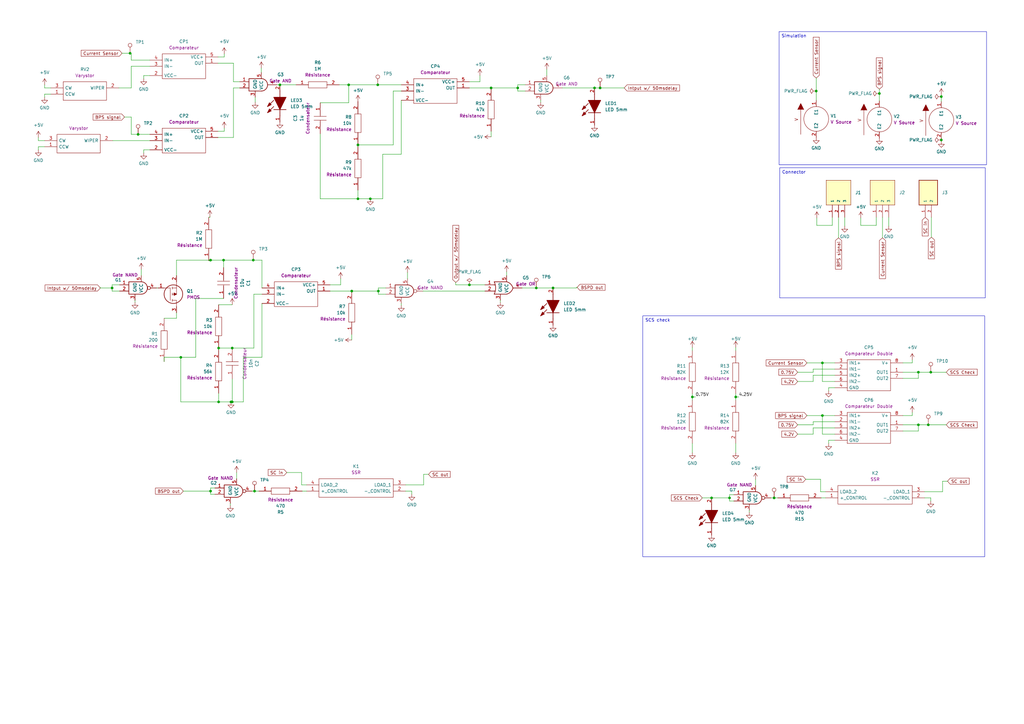
<source format=kicad_sch>
(kicad_sch (version 20231120) (generator "eeschema") (generator_version "8.0")
  (paper "A3")
  (junction (at 299.212 204.216))
  (junction (at 74.168 146.558))
  (junction (at 144.272 119.38))
  (junction (at 192.532 116.84))
  (junction (at 103.886 106.68))
  (junction (at 380.746 174.244))
  (junction (at 86.36 106.68))
  (junction (at 301.752 162.814))
  (junction (at 154.94 34.798))
  (junction (at 146.812 81.534))
  (junction (at 91.694 106.68))
  (junction (at 243.84 36.068))
  (junction (at 246.126 36.068))
  (junction (at 386.08 57.404))
  (junction (at 89.662 164.846))
  (junction (at 337.312 148.844))
  (junction (at 376.682 174.244))
  (junction (at 95.25 164.846))
  (junction (at 45.974 118.11))
  (junction (at 94.742 164.846))
  (junction (at 155.194 119.38))
  (junction (at 381.762 152.654))
  (junction (at 114.808 34.798))
  (junction (at 291.846 204.216))
  (junction (at 386.08 39.624))
  (junction (at 146.812 59.436))
  (junction (at 360.68 38.354))
  (junction (at 226.822 118.11))
  (junction (at 219.964 118.11))
  (junction (at 212.344 36.068))
  (junction (at 334.772 37.338))
  (junction (at 86.36 201.422))
  (junction (at 201.422 36.068))
  (junction (at 376.682 152.654))
  (junction (at 151.892 81.534))
  (junction (at 283.972 162.814))
  (junction (at 337.312 170.434))
  (junction (at 143.002 34.798))
  (junction (at 89.662 142.748))
  (junction (at 56.642 55.118))
  (junction (at 95.25 142.748))
  (junction (at 53.34 21.844))
  (junction (at 104.394 201.422))
  (junction (at 317.5 204.216))
  (wire (pts (xy 86.36 106.68) (xy 91.694 106.68)))
  (wire (pts (xy 123.698 198.882) (xy 125.73 198.882)))
  (wire (pts (xy 18.288 34.798) (xy 18.288 36.068)))
  (wire (pts (xy 89.408 56.388) (xy 95.758 56.388)))
  (wire (pts (xy 164.592 41.148) (xy 164.592 63.246)))
  (wire (pts (xy 91.948 23.368) (xy 89.408 23.368)))
  (wire (pts (xy 89.662 164.846) (xy 89.662 161.29)))
  (wire (pts (xy 164.592 63.246) (xy 156.972 63.246)))
  (wire (pts (xy 212.344 34.798) (xy 212.344 36.068)))
  (wire (pts (xy 45.974 118.11) (xy 45.974 119.38)))
  (wire (pts (xy 219.964 118.11) (xy 214.122 118.11)))
  (wire (pts (xy 161.29 59.436) (xy 161.29 37.338)))
  (wire (pts (xy 117.602 193.802) (xy 123.698 193.802)))
  (wire (pts (xy 86.36 200.152) (xy 86.36 201.422)))
  (wire (pts (xy 15.748 56.388) (xy 15.748 57.658)))
  (wire (pts (xy 299.212 205.486) (xy 300.99 205.486)))
  (wire (pts (xy 86.36 106.934) (xy 86.36 106.68)))
  (wire (pts (xy 86.106 89.154) (xy 86.106 88.9)))
  (wire (pts (xy 336.804 204.216) (xy 338.582 204.216)))
  (wire (pts (xy 139.7 116.84) (xy 135.382 116.84)))
  (wire (pts (xy 89.662 142.748) (xy 89.662 143.51)))
  (wire (pts (xy 56.642 55.118) (xy 61.468 55.118)))
  (wire (pts (xy 146.812 81.534) (xy 146.812 77.978)))
  (wire (pts (xy 89.408 25.908) (xy 95.758 25.908)))
  (wire (pts (xy 46.228 57.658) (xy 61.468 57.658)))
  (wire (pts (xy 104.648 39.878) (xy 104.648 41.91)))
  (wire (pts (xy 283.972 161.544) (xy 283.972 162.814)))
  (wire (pts (xy 64.262 118.11) (xy 64.77 118.11)))
  (wire (pts (xy 85.598 89.154) (xy 86.106 89.154)))
  (wire (pts (xy 382.016 97.282) (xy 382.016 89.154)))
  (wire (pts (xy 95.25 142.748) (xy 104.14 142.748)))
  (wire (pts (xy 80.264 122.428) (xy 91.694 122.428)))
  (wire (pts (xy 91.694 109.728) (xy 91.694 106.68)))
  (wire (pts (xy 161.29 37.338) (xy 164.592 37.338)))
  (wire (pts (xy 246.126 36.068) (xy 256.032 36.068)))
  (wire (pts (xy 74.168 146.558) (xy 74.168 164.846)))
  (wire (pts (xy 166.37 201.422) (xy 168.91 201.422)))
  (wire (pts (xy 386.588 197.358) (xy 388.62 197.358)))
  (wire (pts (xy 146.812 81.534) (xy 131.318 81.534)))
  (wire (pts (xy 95.758 25.908) (xy 95.758 33.528)))
  (wire (pts (xy 376.682 174.244) (xy 380.746 174.244)))
  (wire (pts (xy 386.08 38.862) (xy 386.08 39.624)))
  (wire (pts (xy 212.344 37.338) (xy 215.392 37.338)))
  (wire (pts (xy 196.85 30.988) (xy 196.85 33.528)))
  (wire (pts (xy 91.948 22.098) (xy 91.948 23.368)))
  (wire (pts (xy 123.952 201.422) (xy 125.73 201.422)))
  (wire (pts (xy 155.194 120.65) (xy 158.242 120.65)))
  (wire (pts (xy 173.482 119.38) (xy 198.882 119.38)))
  (wire (pts (xy 334.772 32.004) (xy 334.772 37.338)))
  (wire (pts (xy 89.662 164.846) (xy 74.168 164.846)))
  (wire (pts (xy 309.88 196.596) (xy 309.88 199.136)))
  (wire (pts (xy 80.264 146.558) (xy 74.168 146.558)))
  (wire (pts (xy 186.944 116.84) (xy 192.532 116.84)))
  (wire (pts (xy 85.598 106.934) (xy 86.36 106.934)))
  (wire (pts (xy 337.312 170.434) (xy 337.312 178.054)))
  (wire (pts (xy 336.55 201.676) (xy 338.582 201.676)))
  (wire (pts (xy 167.132 111.76) (xy 167.132 114.3)))
  (wire (pts (xy 334.772 37.338) (xy 334.772 41.148)))
  (wire (pts (xy 135.382 119.38) (xy 144.272 119.38)))
  (wire (pts (xy 15.748 57.658) (xy 18.288 57.658)))
  (wire (pts (xy 154.94 34.798) (xy 164.592 34.798)))
  (wire (pts (xy 114.808 34.798) (xy 121.412 34.798)))
  (wire (pts (xy 376.682 155.194) (xy 370.332 155.194)))
  (wire (pts (xy 207.772 111.506) (xy 207.772 113.03)))
  (wire (pts (xy 359.41 89.154) (xy 359.41 92.456)))
  (wire (pts (xy 283.972 162.814) (xy 283.972 164.084)))
  (wire (pts (xy 335.026 92.456) (xy 335.026 89.408)))
  (wire (pts (xy 164.592 124.46) (xy 164.592 125.222)))
  (wire (pts (xy 330.962 170.434) (xy 337.312 170.434)))
  (wire (pts (xy 301.752 142.494) (xy 301.752 143.764)))
  (wire (pts (xy 337.312 148.844) (xy 342.392 148.844)))
  (wire (pts (xy 94.742 164.846) (xy 89.662 164.846)))
  (wire (pts (xy 359.41 92.456) (xy 353.06 92.456)))
  (wire (pts (xy 88.138 200.152) (xy 86.36 200.152)))
  (wire (pts (xy 143.002 42.164) (xy 131.318 42.164)))
  (wire (pts (xy 95.25 124.968) (xy 89.662 124.968)))
  (wire (pts (xy 381.762 204.216) (xy 381.762 205.486)))
  (wire (pts (xy 283.972 162.814) (xy 285.242 162.814)))
  (wire (pts (xy 131.318 81.534) (xy 131.318 54.864)))
  (wire (pts (xy 360.68 38.354) (xy 360.68 41.402)))
  (wire (pts (xy 386.08 57.404) (xy 386.08 56.896)))
  (wire (pts (xy 72.39 106.68) (xy 86.36 106.68)))
  (wire (pts (xy 374.142 169.164) (xy 374.142 170.434)))
  (wire (pts (xy 376.682 176.784) (xy 370.332 176.784)))
  (wire (pts (xy 380.746 174.244) (xy 388.112 174.244)))
  (wire (pts (xy 370.332 174.244) (xy 376.682 174.244)))
  (wire (pts (xy 144.272 139.446) (xy 144.272 137.16)))
  (wire (pts (xy 107.442 124.46) (xy 107.442 146.558)))
  (wire (pts (xy 333.502 172.974) (xy 333.502 174.244)))
  (wire (pts (xy 49.022 116.84) (xy 45.974 116.84)))
  (wire (pts (xy 386.08 39.624) (xy 386.08 41.656)))
  (wire (pts (xy 333.502 152.654) (xy 327.152 152.654)))
  (wire (pts (xy 353.06 92.456) (xy 353.06 89.408)))
  (wire (pts (xy 386.588 201.676) (xy 379.222 201.676)))
  (wire (pts (xy 80.264 122.428) (xy 80.264 146.558)))
  (wire (pts (xy 95.25 164.846) (xy 94.742 164.846)))
  (wire (pts (xy 291.846 204.216) (xy 299.212 204.216)))
  (wire (pts (xy 374.142 148.844) (xy 370.332 148.844)))
  (wire (pts (xy 173.736 194.564) (xy 175.768 194.564)))
  (wire (pts (xy 57.912 110.49) (xy 57.912 113.03)))
  (wire (pts (xy 236.474 118.11) (xy 226.822 118.11)))
  (wire (pts (xy 333.502 153.924) (xy 333.502 156.464)))
  (wire (pts (xy 370.332 152.654) (xy 376.682 152.654)))
  (wire (pts (xy 146.812 59.436) (xy 161.29 59.436)))
  (wire (pts (xy 41.148 118.11) (xy 41.148 117.856)))
  (wire (pts (xy 55.372 123.19) (xy 55.372 123.952)))
  (wire (pts (xy 381.762 152.654) (xy 388.112 152.654)))
  (wire (pts (xy 113.538 34.798) (xy 114.808 34.798)))
  (wire (pts (xy 156.972 63.246) (xy 156.972 81.534)))
  (wire (pts (xy 20.828 38.608) (xy 18.288 38.608)))
  (wire (pts (xy 173.736 198.882) (xy 166.37 198.882)))
  (wire (pts (xy 18.288 60.198) (xy 15.748 60.198)))
  (wire (pts (xy 158.242 118.11) (xy 155.194 118.11)))
  (wire (pts (xy 91.948 53.848) (xy 89.408 53.848)))
  (wire (pts (xy 67.31 146.558) (xy 74.168 146.558)))
  (wire (pts (xy 168.91 201.422) (xy 168.91 202.692)))
  (wire (pts (xy 58.928 61.468) (xy 58.928 62.738)))
  (wire (pts (xy 155.194 119.38) (xy 155.194 120.65)))
  (wire (pts (xy 45.974 119.38) (xy 49.022 119.38)))
  (wire (pts (xy 221.742 41.148) (xy 221.742 41.91)))
  (wire (pts (xy 333.502 175.514) (xy 333.502 178.054)))
  (wire (pts (xy 361.95 89.154) (xy 361.95 97.536)))
  (wire (pts (xy 342.392 159.004) (xy 339.852 159.004)))
  (wire (pts (xy 104.394 201.422) (xy 106.172 201.422)))
  (wire (pts (xy 72.39 130.556) (xy 67.31 130.556)))
  (wire (pts (xy 123.698 193.802) (xy 123.698 198.882)))
  (wire (pts (xy 342.392 178.054) (xy 337.312 178.054)))
  (wire (pts (xy 61.468 61.468) (xy 58.928 61.468)))
  (wire (pts (xy 376.682 152.654) (xy 376.682 155.194)))
  (wire (pts (xy 53.848 27.178) (xy 61.468 27.178)))
  (wire (pts (xy 192.532 116.84) (xy 198.882 116.84)))
  (wire (pts (xy 342.392 153.924) (xy 333.502 153.924)))
  (wire (pts (xy 104.14 142.748) (xy 104.14 120.65)))
  (wire (pts (xy 376.682 152.654) (xy 381.762 152.654)))
  (wire (pts (xy 53.848 55.118) (xy 56.642 55.118)))
  (wire (pts (xy 61.468 30.988) (xy 58.928 30.988)))
  (wire (pts (xy 299.212 204.216) (xy 299.212 205.486)))
  (wire (pts (xy 341.376 92.456) (xy 335.026 92.456)))
  (wire (pts (xy 94.488 206.502) (xy 94.488 207.264)))
  (wire (pts (xy 144.272 119.38) (xy 155.194 119.38)))
  (wire (pts (xy 186.944 115.824) (xy 186.944 116.84)))
  (wire (pts (xy 104.14 120.65) (xy 107.442 120.65)))
  (wire (pts (xy 379.222 204.216) (xy 381.762 204.216)))
  (wire (pts (xy 146.812 59.436) (xy 146.812 60.198)))
  (wire (pts (xy 205.232 123.19) (xy 205.232 123.952)))
  (wire (pts (xy 376.682 174.244) (xy 376.682 176.784)))
  (wire (pts (xy 107.442 146.558) (xy 99.822 146.558)))
  (wire (pts (xy 215.392 34.798) (xy 212.344 34.798)))
  (wire (pts (xy 99.822 164.846) (xy 95.25 164.846)))
  (wire (pts (xy 339.852 159.004) (xy 339.852 160.274)))
  (wire (pts (xy 346.456 89.154) (xy 346.456 92.71)))
  (wire (pts (xy 299.212 202.946) (xy 299.212 204.216)))
  (wire (pts (xy 236.728 117.856) (xy 236.474 117.856)))
  (wire (pts (xy 316.23 204.216) (xy 317.5 204.216)))
  (wire (pts (xy 53.848 36.068) (xy 48.768 36.068)))
  (wire (pts (xy 99.822 146.558) (xy 99.822 164.846)))
  (wire (pts (xy 45.974 116.84) (xy 45.974 118.11)))
  (wire (pts (xy 342.392 156.464) (xy 337.312 156.464)))
  (wire (pts (xy 53.848 48.006) (xy 53.848 55.118)))
  (wire (pts (xy 50.038 21.844) (xy 53.34 21.844)))
  (wire (pts (xy 330.454 196.596) (xy 336.55 196.596)))
  (wire (pts (xy 91.694 106.68) (xy 103.886 106.68)))
  (wire (pts (xy 95.25 155.448) (xy 95.25 164.846)))
  (wire (pts (xy 226.822 118.11) (xy 219.964 118.11)))
  (wire (pts (xy 95.758 36.068) (xy 98.298 36.068)))
  (wire (pts (xy 333.502 178.054) (xy 327.152 178.054)))
  (wire (pts (xy 341.376 89.154) (xy 341.376 92.456)))
  (wire (pts (xy 360.68 36.576) (xy 360.68 38.354)))
  (wire (pts (xy 139.7 114.3) (xy 139.7 116.84)))
  (wire (pts (xy 53.848 24.638) (xy 61.468 24.638)))
  (wire (pts (xy 333.502 151.384) (xy 342.392 151.384)))
  (wire (pts (xy 107.442 106.68) (xy 107.442 118.11)))
  (wire (pts (xy 86.36 201.422) (xy 86.36 202.692)))
  (wire (pts (xy 386.588 197.358) (xy 386.588 201.676)))
  (wire (pts (xy 374.142 147.574) (xy 374.142 148.844)))
  (wire (pts (xy 342.392 175.514) (xy 333.502 175.514)))
  (wire (pts (xy 307.34 209.296) (xy 307.34 210.058)))
  (wire (pts (xy 143.002 34.798) (xy 154.94 34.798)))
  (wire (pts (xy 53.34 21.844) (xy 53.848 21.844)))
  (wire (pts (xy 336.55 196.596) (xy 336.55 201.676)))
  (wire (pts (xy 317.5 204.216) (xy 319.024 204.216)))
  (wire (pts (xy 364.49 89.154) (xy 364.49 92.71)))
  (wire (pts (xy 333.502 174.244) (xy 327.152 174.244)))
  (wire (pts (xy 15.748 60.198) (xy 15.748 61.468)))
  (wire (pts (xy 156.972 81.534) (xy 151.892 81.534)))
  (wire (pts (xy 386.08 57.912) (xy 386.08 57.404)))
  (wire (pts (xy 95.758 36.068) (xy 95.758 56.388)))
  (wire (pts (xy 300.99 202.946) (xy 299.212 202.946)))
  (wire (pts (xy 374.142 170.434) (xy 370.332 170.434)))
  (wire (pts (xy 301.752 162.814) (xy 303.022 162.814)))
  (wire (pts (xy 212.344 36.068) (xy 212.344 37.338)))
  (wire (pts (xy 337.312 148.844) (xy 337.312 156.464)))
  (wire (pts (xy 243.84 36.068) (xy 246.126 36.068)))
  (wire (pts (xy 337.312 170.434) (xy 342.392 170.434)))
  (wire (pts (xy 53.848 21.844) (xy 53.848 24.638)))
  (wire (pts (xy 51.054 48.006) (xy 53.848 48.006)))
  (wire (pts (xy 196.85 33.528) (xy 192.532 33.528)))
  (wire (pts (xy 301.752 161.544) (xy 301.752 162.814)))
  (wire (pts (xy 91.948 52.578) (xy 91.948 53.848)))
  (wire (pts (xy 283.972 142.494) (xy 283.972 143.764)))
  (wire (pts (xy 103.378 201.422) (xy 104.394 201.422)))
  (wire (pts (xy 333.502 172.974) (xy 342.392 172.974)))
  (wire (pts (xy 41.148 118.11) (xy 45.974 118.11)))
  (wire (pts (xy 301.752 181.864) (xy 301.752 185.674)))
  (wire (pts (xy 330.962 148.844) (xy 337.312 148.844)))
  (wire (pts (xy 333.502 156.464) (xy 327.152 156.464)))
  (wire (pts (xy 143.002 42.164) (xy 143.002 34.798)))
  (wire (pts (xy 97.028 193.802) (xy 97.028 196.342)))
  (wire (pts (xy 18.288 38.608) (xy 18.288 39.878)))
  (wire (pts (xy 58.928 30.988) (xy 58.928 32.258)))
  (wire (pts (xy 342.392 180.594) (xy 339.852 180.594)))
  (wire (pts (xy 18.288 36.068) (xy 20.828 36.068)))
  (wire (pts (xy 155.194 118.11) (xy 155.194 119.38)))
  (wire (pts (xy 236.474 117.856) (xy 236.474 118.11)))
  (wire (pts (xy 53.848 27.178) (xy 53.848 36.068)))
  (wire (pts (xy 192.532 36.068) (xy 201.422 36.068)))
  (wire (pts (xy 173.736 194.564) (xy 173.736 198.882)))
  (wire (pts (xy 89.662 142.748) (xy 95.25 142.748)))
  (wire (pts (xy 201.422 36.068) (xy 212.344 36.068)))
  (wire (pts (xy 339.852 180.594) (xy 339.852 181.864)))
  (wire (pts (xy 75.184 201.422) (xy 86.36 201.422)))
  (wire (pts (xy 301.752 162.814) (xy 301.752 164.084)))
  (wire (pts (xy 343.916 89.154) (xy 343.916 97.536)))
  (wire (pts (xy 224.282 28.448) (xy 224.282 30.988)))
  (wire (pts (xy 67.31 146.558) (xy 67.31 148.336)))
  (wire (pts (xy 95.758 33.528) (xy 98.298 33.528)))
  (wire (pts (xy 103.886 106.68) (xy 107.442 106.68)))
  (wire (pts (xy 230.632 36.068) (xy 243.84 36.068)))
  (wire (pts (xy 86.36 202.692) (xy 88.138 202.692)))
  (wire (pts (xy 151.892 81.534) (xy 146.812 81.534)))
  (wire (pts (xy 283.972 181.864) (xy 283.972 185.674)))
  (wire (pts (xy 72.39 106.68) (xy 72.39 113.03)))
  (wire (pts (xy 107.188 27.94) (xy 107.188 29.718)))
  (wire (pts (xy 143.002 34.798) (xy 139.192 34.798)))
  (wire (pts (xy 201.422 56.134) (xy 201.422 53.848)))
  (wire (pts (xy 72.39 128.27) (xy 72.39 130.556)))
  (wire (pts (xy 333.502 151.384) (xy 333.502 152.654)))
  (wire (pts (xy 288.036 204.216) (xy 291.846 204.216)))
  (text_box "Connector" (at 319.786 68.834 0) (size 84.328 53.34) (effects (font (size 1.27 1.27)) (justify left top)))
  (text_box "SCS check\n" (at 263.652 129.54 0) (size 140.208 98.806) (effects (font (size 1.27 1.27)) (justify left top)))
  (text_box "Simulation" (at 319.532 12.954 0) (size 85.09 54.61) (effects (font (size 1.27 1.27)) (justify left top)))
  (label "4.25V" (at 303.022 162.814 0))
  (label "0.75V" (at 285.242 162.814 0))
  (global_label "SC out" (shape input) (at 175.768 194.564 0) (property "Intersheetrefs" "${INTERSHEET_REFS}" (effects (hide yes))))
  (global_label "SC out" (shape input) (at 388.62 197.358 0) (property "Intersheetrefs" "${INTERSHEET_REFS}" (effects (hide yes))))
  (global_label "BPS signal" (shape input) (at 343.916 97.536 270) (property "Intersheetrefs" "${INTERSHEET_REFS}" (effects (hide yes))))
  (global_label "Intput w{slash} 50msdelay" (shape input) (at 256.032 36.068 0) (property "Intersheetrefs" "${INTERSHEET_REFS}" (effects (hide yes))))
  (global_label "Current Sensor" (shape input) (at 50.038 21.844 180) (property "Intersheetrefs" "${INTERSHEET_REFS}" (effects (hide yes))))
  (global_label "BPS signal" (shape input) (at 360.68 36.576 90) (property "Intersheetrefs" "${INTERSHEET_REFS}" (effects (hide yes))))
  (global_label "SCS Check" (shape input) (at 388.112 152.654 0) (property "Intersheetrefs" "${INTERSHEET_REFS}" (effects (hide yes))))
  (global_label "0.75V" (shape input) (at 327.152 152.654 180) (property "Intersheetrefs" "${INTERSHEET_REFS}" (effects (hide yes))))
  (global_label "SC out" (shape input) (at 382.016 97.282 270) (property "Intersheetrefs" "${INTERSHEET_REFS}" (effects (hide yes))))
  (global_label "BPS signal" (shape input) (at 330.962 170.434 180) (property "Intersheetrefs" "${INTERSHEET_REFS}" (effects (hide yes))))
  (global_label "BPS signal" (shape input) (at 51.054 48.006 180) (property "Intersheetrefs" "${INTERSHEET_REFS}" (effects (hide yes))))
  (global_label "0.75V" (shape input) (at 327.152 174.244 180) (property "Intersheetrefs" "${INTERSHEET_REFS}" (effects (hide yes))))
  (global_label "SC in" (shape input) (at 379.476 89.154 270) (property "Intersheetrefs" "${INTERSHEET_REFS}" (effects (hide yes))))
  (global_label "4.2V" (shape input) (at 327.152 178.054 180) (property "Intersheetrefs" "${INTERSHEET_REFS}" (effects (hide yes))))
  (global_label "Current Sensor" (shape input) (at 334.772 32.004 90) (property "Intersheetrefs" "${INTERSHEET_REFS}" (effects (hide yes))))
  (global_label "SCS Check" (shape input) (at 388.112 174.244 0) (property "Intersheetrefs" "${INTERSHEET_REFS}" (effects (hide yes))))
  (global_label "Current Sensor" (shape input) (at 330.962 148.844 180) (property "Intersheetrefs" "${INTERSHEET_REFS}" (effects (hide yes))))
  (global_label "BSPD out" (shape input) (at 236.728 117.856 0) (property "Intersheetrefs" "${INTERSHEET_REFS}" (effects (hide yes))))
  (global_label "Intput w{slash} 50msdelay" (shape input) (at 41.148 118.11 180) (property "Intersheetrefs" "${INTERSHEET_REFS}" (effects (hide yes))))
  (global_label "4.2V" (shape input) (at 327.152 156.464 180) (property "Intersheetrefs" "${INTERSHEET_REFS}" (effects (hide yes))))
  (global_label "SCS Check" (shape input) (at 288.036 204.216 180) (property "Intersheetrefs" "${INTERSHEET_REFS}" (effects (hide yes))))
  (global_label "Output w{slash} 50msdelay" (shape input) (at 186.944 115.824 90) (property "Intersheetrefs" "${INTERSHEET_REFS}" (effects (hide yes))))
  (global_label "SC in" (shape input) (at 330.454 196.596 180) (property "Intersheetrefs" "${INTERSHEET_REFS}" (effects (hide yes))))
  (global_label "SC in" (shape input) (at 117.602 193.802 180) (property "Intersheetrefs" "${INTERSHEET_REFS}" (effects (hide yes))))
  (global_label "Current Sensor" (shape input) (at 361.95 97.536 270) (property "Intersheetrefs" "${INTERSHEET_REFS}" (effects (hide yes))))
  (global_label "BSPD out" (shape input) (at 75.184 201.422 180) (property "Intersheetrefs" "${INTERSHEET_REFS}" (effects (hide yes))))
  (symbol (lib_id "EPSA_lib:TestPoint") (at 219.964 118.11 0) (unit 1) (exclude_from_sim yes)
    (property "Reference" "TP6" (at 222.25 113.538 0) (effects (justify left)))
    (property "Value" "${SIM.PARAMS}" (effects (hide yes)))
    (property "Footprint" "TestPoint:TestPoint_Pad_D2.0mm" (effects (hide yes)))
    (property "Sim.Pins" "1=1" (effects (hide yes)))
    (property "Sim.Device" "SPICE" (effects (hide yes)))
    (property "Sim.Params" "type=\"R\" model=\"TestPoint\" lib=\"\"" (effects (hide yes)))
  )
  (symbol (lib_id "EPSA_lib:Résistance RK73H2BLTDD2152F") (at 121.412 34.798 0) (unit 1)
    (property "Reference" "R6" (at 130.302 25.654 0))
    (property "Value" "1M" (at 130.302 28.194 0))
    (property "Footprint" "EPSA_lib:RESC3216X70N" (effects (hide yes)))
    (property "Datasheet" "http://www.koaspeer.com/catimages/Products/RK73H/RK73H.pdf" (effects (hide yes)))
    (property "Description" "Thick Film Resistors - SMD" (effects (hide yes)))
    (property "Sim.Pins" "1=+ 2=-" (effects (hide yes)))
    (property "Sim.Device" "R" (effects (hide yes)))
    (property "Height" "0.7" (effects (hide yes)))
    (property "Manufacturer_Name" "KOA Speer" (effects (hide yes)))
    (property "Manufacturer_Part_Number" "RK73H2BLTDD2152F" (effects (hide yes)))
    (property "Mouser Part Number" "N/A" (effects (hide yes)))
    (property "Mouser Price/Stock" "https://www.mouser.co.uk/ProductDetail/KOA-Speer/RK73H2BLTDD2152F?qs=WeIALVmW3zmyxMFsjVzMRw%3D%3D" (effects (hide yes)))
    (property "Render Name" "Résistance" (at 130.302 30.734 0))
  )
  (symbol (lib_id "power:PWR_FLAG") (at 386.08 39.624 90) (unit 1)
    (property "Reference" "#FLG04" (effects (hide yes)))
    (property "Value" "PWR_FLAG" (at 382.524 39.624 90) (effects (justify left)))
  )
  (symbol (lib_id "power:GND") (at 94.742 164.846 0) (unit 1)
    (property "Reference" "#PWR013" (effects (hide yes)))
    (property "Value" "GND" (at 94.742 169.164 0))
  )
  (symbol (lib_id "power:+5V") (at 15.748 56.388 0) (unit 1)
    (property "Reference" "#PWR01" (effects (hide yes)))
    (property "Value" "+5V" (at 15.748 51.308 0))
  )
  (symbol (lib_id "EPSA_lib:Résistance RK73H2BLTDD2152F") (at 146.812 77.978 270) (mirror x) (unit 1)
    (property "Reference" "R9" (at 144.272 66.548 90) (effects (justify right)))
    (property "Value" "47k" (at 144.272 69.088 90) (effects (justify right)))
    (property "Footprint" "EPSA_lib:RESC3216X70N" (effects (hide yes)))
    (property "Datasheet" "http://www.koaspeer.com/catimages/Products/RK73H/RK73H.pdf" (effects (hide yes)))
    (property "Description" "Thick Film Resistors - SMD" (effects (hide yes)))
    (property "Sim.Pins" "1=+ 2=-" (effects (hide yes)))
    (property "Sim.Device" "R" (effects (hide yes)))
    (property "Height" "0.7" (effects (hide yes)))
    (property "Manufacturer_Name" "KOA Speer" (effects (hide yes)))
    (property "Manufacturer_Part_Number" "RK73H2BLTDD2152F" (effects (hide yes)))
    (property "Mouser Part Number" "N/A" (effects (hide yes)))
    (property "Mouser Price/Stock" "https://www.mouser.co.uk/ProductDetail/KOA-Speer/RK73H2BLTDD2152F?qs=WeIALVmW3zmyxMFsjVzMRw%3D%3D" (effects (hide yes)))
    (property "Render Name" "Résistance" (at 144.272 71.628 90) (effects (justify right)))
  )
  (symbol (lib_id "power:PWR_FLAG") (at 386.08 57.404 90) (unit 1)
    (property "Reference" "#FLG05" (effects (hide yes)))
    (property "Value" "PWR_FLAG" (at 382.524 57.404 90) (effects (justify left)))
  )
  (symbol (lib_id "power:+5V") (at 144.272 139.446 90) (unit 1)
    (property "Reference" "#PWR019" (effects (hide yes)))
    (property "Value" "+5V" (at 140.97 139.446 90) (effects (justify left)))
  )
  (symbol (lib_id "power:+5V") (at 167.132 111.76 0) (unit 1)
    (property "Reference" "#PWR023" (effects (hide yes)))
    (property "Value" "+5V" (at 167.132 107.188 0))
  )
  (symbol (lib_id "EPSA_lib:Résistance RK73H2BLTDD2152F") (at 89.662 142.748 270) (mirror x) (unit 1)
    (property "Reference" "R3" (at 87.122 131.318 90) (effects (justify right)))
    (property "Value" "10k" (at 87.122 133.858 90) (effects (justify right)))
    (property "Footprint" "EPSA_lib:RESC3216X70N" (effects (hide yes)))
    (property "Datasheet" "http://www.koaspeer.com/catimages/Products/RK73H/RK73H.pdf" (effects (hide yes)))
    (property "Description" "Thick Film Resistors - SMD" (effects (hide yes)))
    (property "Sim.Pins" "1=+ 2=-" (effects (hide yes)))
    (property "Sim.Device" "R" (effects (hide yes)))
    (property "Height" "0.7" (effects (hide yes)))
    (property "Manufacturer_Name" "KOA Speer" (effects (hide yes)))
    (property "Manufacturer_Part_Number" "RK73H2BLTDD2152F" (effects (hide yes)))
    (property "Mouser Part Number" "N/A" (effects (hide yes)))
    (property "Mouser Price/Stock" "https://www.mouser.co.uk/ProductDetail/KOA-Speer/RK73H2BLTDD2152F?qs=WeIALVmW3zmyxMFsjVzMRw%3D%3D" (effects (hide yes)))
    (property "Render Name" "Résistance" (at 87.122 136.398 90) (effects (justify right)))
  )
  (symbol (lib_name "Résistance RK73H2BLTDD2152F_1") (lib_id "EPSA_lib:Résistance RK73H2BLTDD2152F") (at 319.024 204.216 0) (mirror x) (unit 1)
    (property "Reference" "R15" (at 327.914 212.852 0))
    (property "Value" "470" (at 327.914 210.312 0))
    (property "Footprint" "EPSA_lib:RESC3216X70N" (effects (hide yes)))
    (property "Datasheet" "http://www.koaspeer.com/catimages/Products/RK73H/RK73H.pdf" (effects (hide yes)))
    (property "Description" "Thick Film Resistors - SMD" (effects (hide yes)))
    (property "Sim.Pins" "1=+ 2=-" (effects (hide yes)))
    (property "Sim.Device" "R" (effects (hide yes)))
    (property "Height" "0.7" (effects (hide yes)))
    (property "Manufacturer_Name" "KOA Speer" (effects (hide yes)))
    (property "Manufacturer_Part_Number" "RK73H2BLTDD2152F" (effects (hide yes)))
    (property "Mouser Part Number" "N/A" (effects (hide yes)))
    (property "Mouser Price/Stock" "https://www.mouser.co.uk/ProductDetail/KOA-Speer/RK73H2BLTDD2152F?qs=WeIALVmW3zmyxMFsjVzMRw%3D%3D" (effects (hide yes)))
    (property "Render Name" "Résistance" (at 327.914 207.772 0))
  )
  (symbol (lib_id "power:+5V") (at 95.25 124.968 0) (unit 1)
    (property "Reference" "#PWR014" (effects (hide yes)))
    (property "Value" "+5V" (at 95.25 120.396 0))
  )
  (symbol (lib_id "power:GND") (at 58.928 32.258 0) (unit 1)
    (property "Reference" "#PWR07" (effects (hide yes)))
    (property "Value" "GND" (at 58.928 36.576 0))
  )
  (symbol (lib_id "EPSA_lib:TestPoint") (at 380.746 174.244 0) (unit 1) (exclude_from_sim yes)
    (property "Reference" "TP9" (at 383.032 169.672 0) (effects (justify left)))
    (property "Value" "${SIM.PARAMS}" (effects (hide yes)))
    (property "Footprint" "TestPoint:TestPoint_Pad_D2.0mm" (effects (hide yes)))
    (property "Sim.Pins" "1=1" (effects (hide yes)))
    (property "Sim.Device" "SPICE" (effects (hide yes)))
    (property "Sim.Params" "type=\"R\" model=\"TestPoint\" lib=\"\"" (effects (hide yes)))
  )
  (symbol (lib_id "EPSA_lib:3P Droit 22-11-2032") (at 343.916 78.994 90) (unit 1) (exclude_from_sim yes)
    (property "Reference" "J1" (at 350.774 78.994 90) (effects (justify right)))
    (property "Value" "3P Droit 22-11-2032" (effects (hide yes)))
    (property "Footprint" "EPSA_lib:MOLEX_22-11-2032" (effects (hide yes)))
    (property "Datasheet" "https://www.molex.com/en-us/products/part-detail/22112032?display=pdf" (effects (hide yes)))
    (property "Height" "10.66mm" (effects (hide yes)))
    (property "Render Name" "3P Droit" (effects (hide yes)))
    (property "Manufacturer_Name" "Molex" (effects (hide yes)))
    (property "Manufacturer_Part_Number" "22-11-2032" (effects (hide yes)))
    (property "Mouser Part Number" "538-22-11-2032" (effects (hide yes)))
    (property "Mouser Price/Stock" "https://www.mouser.fr/ProductDetail/Molex/22-11-2032?qs=KHty%2FoMxDPke3knj%252BlB5Gw%3D%3D" (effects (hide yes)))
  )
  (symbol (lib_id "EPSA_lib:Condensateur 0805Y1000104JXT") (at 91.694 122.428 270) (mirror x) (unit 1)
    (property "Reference" "C1" (at 101.854 116.078 0))
    (property "Value" "10u" (at 99.314 116.078 0))
    (property "Footprint" "EPSA_lib:CAPC2012X130N" (effects (hide yes)))
    (property "Datasheet" "http://docs-europe.electrocomponents.com/webdocs/119d/0900766b8119d7bc.pdf" (effects (hide yes)))
    (property "Description" "Syfer 0805 Ceramic Chip Capacitors" (effects (hide yes)))
    (property "Sim.Pins" "1=+ 2=-" (effects (hide yes)))
    (property "Sim.Device" "C" (effects (hide yes)))
    (property "Height" "1.3" (effects (hide yes)))
    (property "Manufacturer_Name" "Syfer" (effects (hide yes)))
    (property "Manufacturer_Part_Number" "0805Y1000104JXT" (effects (hide yes)))
    (property "Render Name" "Condensateur" (at 96.774 116.078 0))
  )
  (symbol (lib_id "power:GND") (at 104.648 41.91 0) (unit 1)
    (property "Reference" "#PWR016" (effects (hide yes)))
    (property "Value" "GND" (at 104.648 46.228 0))
  )
  (symbol (lib_id "power:+5V") (at 107.188 27.94 0) (unit 1)
    (property "Reference" "#PWR017" (effects (hide yes)))
    (property "Value" "+5V" (at 107.188 23.368 0))
  )
  (symbol (lib_id "power:GND") (at 15.748 61.468 0) (unit 1)
    (property "Reference" "#PWR02" (effects (hide yes)))
    (property "Value" "GND" (at 15.748 65.786 0))
  )
  (symbol (lib_id "EPSA_lib:LED 5mm") (at 291.846 219.456 90) (unit 1)
    (property "Reference" "LED4" (at 296.164 210.566 90) (effects (justify right)))
    (property "Value" "LED 5mm" (at 296.164 213.106 90) (effects (justify right)))
    (property "Footprint" "EPSA_lib:4302H55V" (effects (hide yes)))
    (property "Datasheet" "https://datasheet.datasheetarchive.com/originals/distributors/Datasheets_SAMA/a41ef812660e98d4a989505f94662604.pdf" (effects (hide yes)))
    (property "Height" "9.06" (effects (hide yes)))
    (property "Mouser Part Number" "606-4302H5-5V" (effects (hide yes)))
    (property "Mouser Price/Stock" "https://www.mouser.co.uk/ProductDetail/VCC/4302H5-5V?qs=qp111mKzDjjxM5ex4WzyIw%3D%3D" (effects (hide yes)))
    (property "Manufacturer_Name" "Visual Communications Company" (effects (hide yes)))
    (property "Manufacturer_Part_Number" "4302H5-5V" (effects (hide yes)))
  )
  (symbol (lib_id "EPSA_lib:Résistance RK73H2BLTDD2152F") (at 85.598 106.934 270) (mirror x) (unit 1)
    (property "Reference" "R2" (at 83.058 95.504 90) (effects (justify right)))
    (property "Value" "1M" (at 83.058 98.044 90) (effects (justify right)))
    (property "Footprint" "EPSA_lib:RESC3216X70N" (effects (hide yes)))
    (property "Datasheet" "http://www.koaspeer.com/catimages/Products/RK73H/RK73H.pdf" (effects (hide yes)))
    (property "Description" "Thick Film Resistors - SMD" (effects (hide yes)))
    (property "Sim.Pins" "1=+ 2=-" (effects (hide yes)))
    (property "Sim.Device" "R" (effects (hide yes)))
    (property "Height" "0.7" (effects (hide yes)))
    (property "Manufacturer_Name" "KOA Speer" (effects (hide yes)))
    (property "Manufacturer_Part_Number" "RK73H2BLTDD2152F" (effects (hide yes)))
    (property "Mouser Part Number" "N/A" (effects (hide yes)))
    (property "Mouser Price/Stock" "https://www.mouser.co.uk/ProductDetail/KOA-Speer/RK73H2BLTDD2152F?qs=WeIALVmW3zmyxMFsjVzMRw%3D%3D" (effects (hide yes)))
    (property "Render Name" "Résistance" (at 83.058 100.584 90) (effects (justify right)))
  )
  (symbol (lib_id "power:GND") (at 205.232 123.952 0) (unit 1)
    (property "Reference" "#PWR027" (effects (hide yes)))
    (property "Value" "GND" (at 205.232 128.27 0))
  )
  (symbol (lib_id "EPSA_lib:Gate NAND SN74AHCT1G00DBVR") (at 52.832 118.11 0) (unit 1)
    (property "Reference" "G1" (at 48.514 114.808 0))
    (property "Value" "Gate NAND SN74AHCT1G00DBVR" (effects (hide yes)))
    (property "Footprint" "EPSA_lib:SOT95P280X145-5N" (effects (hide yes)))
    (property "Datasheet" "http://www.ti.com/lit/gpn/sn74ahct1g00" (effects (hide yes)))
    (property "Description" "Single 2-Input Positive-NAND Gate" (effects (hide yes)))
    (property "Sim.Pins" "4=1 1=2 2=3 5=4 3=5" (effects (hide yes)))
    (property "Sim.Device" "SPICE" (effects (hide yes)))
    (property "Sim.Params" "type=\"X\" model=\"SN74AHCT1G00\" lib=\"${EPSA}\\SpiceModel\\NAND_SN74AHCT1G00.lib\"" (effects (hide yes)))
    (property "Height" "1.45" (effects (hide yes)))
    (property "Manufacturer_Name" "Texas Instruments" (effects (hide yes)))
    (property "Manufacturer_Part_Number" "SN74AHCT1G00DBVR" (effects (hide yes)))
    (property "Mouser Part Number" "595-SN74AHCT1G00DBVR" (effects (hide yes)))
    (property "Mouser Price/Stock" "https://www.mouser.co.uk/ProductDetail/Texas-Instruments/SN74AHCT1G00DBVR?qs=w32V8uFkMxnwwXcMH%2F61Dg%3D%3D" (effects (hide yes)))
    (property "Arrow Part Number" "SN74AHCT1G00DBVR" (effects (hide yes)))
    (property "Arrow Price/Stock" "https://www.arrow.com/en/products/sn74ahct1g00dbvr/texas-instruments" (effects (hide yes)))
    (property "Render Name" "Gate NAND" (at 51.308 112.776 0))
  )
  (symbol (lib_id "EPSA_lib:Gate AND SN74AHCT1G08DBVR") (at 219.202 36.068 0) (unit 1)
    (property "Reference" "G6" (at 232.41 31.8771 0))
    (property "Value" "Gate AND SN74AHCT1G08DBVR" (effects (hide yes)))
    (property "Footprint" "EPSA_lib:SOT95P280X145-5N" (effects (hide yes)))
    (property "Datasheet" "https://datasheet.datasheetarchive.com/originals/distributors/SFDatasheet-6/sf-000128638.pdf" (effects (hide yes)))
    (property "Description" "SN74AHCT1G08DBVR, Logic Gate 2 Input AND, AHCT, 8mA 5V 5-Pin SOT-23" (effects (hide yes)))
    (property "Sim.Pins" "4=1 1=2 2=3 5=4 3=5" (effects (hide yes)))
    (property "Sim.Device" "SPICE" (effects (hide yes)))
    (property "Sim.Params" "type=\"X\" model=\"SN74AHC1G08\" lib=\"${EPSA}\\SpiceModel\\AND_SN74AHC1G08.lib\"" (effects (hide yes)))
    (property "Height" "1.45" (effects (hide yes)))
    (property "Manufacturer_Name" "Texas Instruments" (effects (hide yes)))
    (property "Manufacturer_Part_Number" "SN74AHCT1G08DBVR" (effects (hide yes)))
    (property "Mouser Part Number" "595-SN74AHCT1G08DBVR" (effects (hide yes)))
    (property "Mouser Price/Stock" "https://www.mouser.co.uk/ProductDetail/Texas-Instruments/SN74AHCT1G08DBVR?qs=8Pd2FuFSoMGY9AK%2Ftqwbcw%3D%3D" (effects (hide yes)))
    (property "Arrow Part Number" "SN74AHCT1G08DBVR" (effects (hide yes)))
    (property "Arrow Price/Stock" "https://www.arrow.com/en/products/sn74ahct1g08dbvr/texas-instruments?region=nac" (effects (hide yes)))
    (property "Render Name" "Gate AND" (at 232.41 34.4171 0))
  )
  (symbol (lib_name "Dep_ Comparateur Double LM393LVDR_1") (lib_id "EPSA_lib:Dep_ Comparateur Double LM393LVDR") (at 342.392 171.704 0) (unit 1)
    (property "Reference" "CP6" (at 356.362 164.084 0))
    (property "Value" "Comparateur Double LM393LVDR" (effects (hide yes)))
    (property "Footprint" "EPSA_lib:SOIC127P600X175-8N" (effects (hide yes)))
    (property "Datasheet" "https://www.ti.com/lit/ds/symlink/lm393lv.pdf?ts=1609509320428&ref_url=https%253A%252F%252Feu.mouser.com%252F" (effects (hide yes)))
    (property "Description" "Analog Comparators 1.65-V to 5.5-V, low voltage dual commodity comparator" (effects (hide yes)))
    (property "Sim.Pins" "1=1 2=2 3=3 4=4 5=5 6=6 7=7 8=8" (effects (hide yes)))
    (property "Sim.Device" "SPICE" (effects (hide yes)))
    (property "Sim.Params" "type=\"X\" model=\"LM2903B_Dual\" lib=\"${EPSA}\\SpiceModel\\CD_lm393.lib\"" (effects (hide yes)))
    (property "Height" "1.75" (effects (hide yes)))
    (property "Manufacturer_Name" "Texas Instruments" (effects (hide yes)))
    (property "Manufacturer_Part_Number" "LM393LVDR" (effects (hide yes)))
    (property "Mouser Part Number" "595-LM393LVDR" (effects (hide yes)))
    (property "Mouser Price/Stock" "https://www.mouser.co.uk/ProductDetail/Texas-Instruments/LM393LVDR?qs=zW32dvEIR3vk5%2FzEI25KTQ%3D%3D" (effects (hide yes)))
    (property "Arrow Part Number" "LM393LVDR" (effects (hide yes)))
    (property "Arrow Price/Stock" "https://www.arrow.com/en/products/lm393lvdr/texas-instruments" (effects (hide yes)))
    (property "Render Name" "Comparateur Double" (at 356.362 166.624 0))
  )
  (symbol (lib_id "power:GND") (at 386.08 57.912 0) (unit 1)
    (property "Reference" "#PWR049" (effects (hide yes)))
    (property "Value" "GND" (at 386.08 62.23 0))
  )
  (symbol (lib_id "power:GND") (at 291.846 219.456 0) (unit 1)
    (property "Reference" "#PWR053" (effects (hide yes)))
    (property "Value" "GND" (at 291.846 223.774 0))
  )
  (symbol (lib_id "EPSA_lib:Résistance RK73H2BLTDD2152F") (at 301.752 164.084 270) (unit 1)
    (property "Reference" "R14" (at 299.212 170.434 90) (effects (justify right)))
    (property "Value" "82K" (at 299.212 172.974 90) (effects (justify right)))
    (property "Footprint" "EPSA_lib:RESC3216X70N" (effects (hide yes)))
    (property "Datasheet" "http://www.koaspeer.com/catimages/Products/RK73H/RK73H.pdf" (effects (hide yes)))
    (property "Description" "Thick Film Resistors - SMD" (effects (hide yes)))
    (property "Sim.Pins" "1=+ 2=-" (effects (hide yes)))
    (property "Sim.Device" "R" (effects (hide yes)))
    (property "Height" "0.7" (effects (hide yes)))
    (property "Manufacturer_Name" "KOA Speer" (effects (hide yes)))
    (property "Manufacturer_Part_Number" "RK73H2BLTDD2152F" (effects (hide yes)))
    (property "Mouser Part Number" "N/A" (effects (hide yes)))
    (property "Mouser Price/Stock" "https://www.mouser.co.uk/ProductDetail/KOA-Speer/RK73H2BLTDD2152F?qs=WeIALVmW3zmyxMFsjVzMRw%3D%3D" (effects (hide yes)))
    (property "Render Name" "Résistance" (at 299.212 175.514 90) (effects (justify right)))
  )
  (symbol (lib_id "EPSA_lib:LED 5mm") (at 226.822 133.35 90) (unit 1)
    (property "Reference" "LED2" (at 231.14 124.46 90) (effects (justify right)))
    (property "Value" "LED 5mm" (at 231.14 127 90) (effects (justify right)))
    (property "Footprint" "EPSA_lib:4302H55V" (effects (hide yes)))
    (property "Datasheet" "https://datasheet.datasheetarchive.com/originals/distributors/Datasheets_SAMA/a41ef812660e98d4a989505f94662604.pdf" (effects (hide yes)))
    (property "Height" "9.06" (effects (hide yes)))
    (property "Mouser Part Number" "606-4302H5-5V" (effects (hide yes)))
    (property "Mouser Price/Stock" "https://www.mouser.co.uk/ProductDetail/VCC/4302H5-5V?qs=qp111mKzDjjxM5ex4WzyIw%3D%3D" (effects (hide yes)))
    (property "Manufacturer_Name" "Visual Communications Company" (effects (hide yes)))
    (property "Manufacturer_Part_Number" "4302H5-5V" (effects (hide yes)))
  )
  (symbol (lib_id "power:+5V") (at 374.142 169.164 0) (unit 1)
    (property "Reference" "#PWR046" (effects (hide yes)))
    (property "Value" "+5V" (at 374.142 164.084 0))
  )
  (symbol (lib_id "EPSA_lib:3P Droit 22-11-2032") (at 361.95 78.994 90) (unit 1) (exclude_from_sim yes)
    (property "Reference" "J2" (at 368.808 78.994 90) (effects (justify right)))
    (property "Value" "3P Droit 22-11-2032" (effects (hide yes)))
    (property "Footprint" "EPSA_lib:MOLEX_22-11-2032" (effects (hide yes)))
    (property "Datasheet" "https://www.molex.com/en-us/products/part-detail/22112032?display=pdf" (effects (hide yes)))
    (property "Height" "10.66mm" (effects (hide yes)))
    (property "Render Name" "3P Droit" (effects (hide yes)))
    (property "Manufacturer_Name" "Molex" (effects (hide yes)))
    (property "Manufacturer_Part_Number" "22-11-2032" (effects (hide yes)))
    (property "Mouser Part Number" "538-22-11-2032" (effects (hide yes)))
    (property "Mouser Price/Stock" "https://www.mouser.fr/ProductDetail/Molex/22-11-2032?qs=KHty%2FoMxDPke3knj%252BlB5Gw%3D%3D" (effects (hide yes)))
  )
  (symbol (lib_id "power:+5V") (at 57.912 110.49 0) (unit 1)
    (property "Reference" "#PWR06" (effects (hide yes)))
    (property "Value" "+5V" (at 57.912 105.918 0))
  )
  (symbol (lib_id "EPSA_lib:Gate NAND SN74AHCT1G00DBVR") (at 91.948 201.422 0) (unit 1)
    (property "Reference" "G2" (at 87.63 198.12 0))
    (property "Value" "Gate NAND SN74AHCT1G00DBVR" (effects (hide yes)))
    (property "Footprint" "EPSA_lib:SOT95P280X145-5N" (effects (hide yes)))
    (property "Datasheet" "http://www.ti.com/lit/gpn/sn74ahct1g00" (effects (hide yes)))
    (property "Description" "Single 2-Input Positive-NAND Gate" (effects (hide yes)))
    (property "Sim.Pins" "4=1 1=2 2=3 5=4 3=5" (effects (hide yes)))
    (property "Sim.Device" "SPICE" (effects (hide yes)))
    (property "Sim.Params" "type=\"X\" model=\"SN74AHCT1G00\" lib=\"${EPSA}\\SpiceModel\\NAND_SN74AHCT1G00.lib\"" (effects (hide yes)))
    (property "Height" "1.45" (effects (hide yes)))
    (property "Manufacturer_Name" "Texas Instruments" (effects (hide yes)))
    (property "Manufacturer_Part_Number" "SN74AHCT1G00DBVR" (effects (hide yes)))
    (property "Mouser Part Number" "595-SN74AHCT1G00DBVR" (effects (hide yes)))
    (property "Mouser Price/Stock" "https://www.mouser.co.uk/ProductDetail/Texas-Instruments/SN74AHCT1G00DBVR?qs=w32V8uFkMxnwwXcMH%2F61Dg%3D%3D" (effects (hide yes)))
    (property "Arrow Part Number" "SN74AHCT1G00DBVR" (effects (hide yes)))
    (property "Arrow Price/Stock" "https://www.arrow.com/en/products/sn74ahct1g00dbvr/texas-instruments" (effects (hide yes)))
    (property "Render Name" "Gate NAND" (at 90.424 196.088 0))
  )
  (symbol (lib_id "EPSA_lib:VSOURCE") (at 360.68 47.752 90) (unit 1) (in_bom no) (on_board no)
    (property "Reference" "V2" (at 366.522 47.752 90) (effects (justify right)))
    (property "Value" "5" (effects (hide yes)))
    (property "Sim.Pins" "1=+ 2=-" (effects (hide yes)))
    (property "Sim.Type" "PULSE" (effects (hide yes)))
    (property "Sim.Device" "V" (effects (hide yes)))
    (property "Render Name" "V Source" (at 366.522 50.292 90) (effects (justify right)))
    (property "Sim.Params" "y1=0 y2=5 td=1 tr=0.01 tf=0.01 tw=5 per=10 np=4" (effects (hide yes)))
  )
  (symbol (lib_id "EPSA_lib:Résistance RK73H2BLTDD2152F") (at 89.662 161.29 270) (mirror x) (unit 1)
    (property "Reference" "R4" (at 87.122 149.86 90) (effects (justify right)))
    (property "Value" "56k" (at 87.122 152.4 90) (effects (justify right)))
    (property "Footprint" "EPSA_lib:RESC3216X70N" (effects (hide yes)))
    (property "Datasheet" "http://www.koaspeer.com/catimages/Products/RK73H/RK73H.pdf" (effects (hide yes)))
    (property "Description" "Thick Film Resistors - SMD" (effects (hide yes)))
    (property "Sim.Pins" "1=+ 2=-" (effects (hide yes)))
    (property "Sim.Device" "R" (effects (hide yes)))
    (property "Height" "0.7" (effects (hide yes)))
    (property "Manufacturer_Name" "KOA Speer" (effects (hide yes)))
    (property "Manufacturer_Part_Number" "RK73H2BLTDD2152F" (effects (hide yes)))
    (property "Mouser Part Number" "N/A" (effects (hide yes)))
    (property "Mouser Price/Stock" "https://www.mouser.co.uk/ProductDetail/KOA-Speer/RK73H2BLTDD2152F?qs=WeIALVmW3zmyxMFsjVzMRw%3D%3D" (effects (hide yes)))
    (property "Render Name" "Résistance" (at 87.122 154.94 90) (effects (justify right)))
  )
  (symbol (lib_id "EPSA_lib:Résistance RK73H2BLTDD2152F") (at 67.31 148.336 270) (mirror x) (unit 1)
    (property "Reference" "R1" (at 64.77 136.906 90) (effects (justify right)))
    (property "Value" "200" (at 64.77 139.446 90) (effects (justify right)))
    (property "Footprint" "EPSA_lib:RESC3216X70N" (effects (hide yes)))
    (property "Datasheet" "http://www.koaspeer.com/catimages/Products/RK73H/RK73H.pdf" (effects (hide yes)))
    (property "Description" "Thick Film Resistors - SMD" (effects (hide yes)))
    (property "Sim.Pins" "1=+ 2=-" (effects (hide yes)))
    (property "Sim.Device" "R" (effects (hide yes)))
    (property "Height" "0.7" (effects (hide yes)))
    (property "Manufacturer_Name" "KOA Speer" (effects (hide yes)))
    (property "Manufacturer_Part_Number" "RK73H2BLTDD2152F" (effects (hide yes)))
    (property "Mouser Part Number" "N/A" (effects (hide yes)))
    (property "Mouser Price/Stock" "https://www.mouser.co.uk/ProductDetail/KOA-Speer/RK73H2BLTDD2152F?qs=WeIALVmW3zmyxMFsjVzMRw%3D%3D" (effects (hide yes)))
    (property "Render Name" "Résistance" (at 64.77 141.986 90) (effects (justify right)))
  )
  (symbol (lib_id "EPSA_lib:Résistance RK73H2BLTDD2152F") (at 301.752 143.764 270) (unit 1)
    (property "Reference" "R13" (at 299.212 150.114 90) (effects (justify right)))
    (property "Value" "12K" (at 299.212 152.654 90) (effects (justify right)))
    (property "Footprint" "EPSA_lib:RESC3216X70N" (effects (hide yes)))
    (property "Datasheet" "http://www.koaspeer.com/catimages/Products/RK73H/RK73H.pdf" (effects (hide yes)))
    (property "Description" "Thick Film Resistors - SMD" (effects (hide yes)))
    (property "Sim.Pins" "1=+ 2=-" (effects (hide yes)))
    (property "Sim.Device" "R" (effects (hide yes)))
    (property "Height" "0.7" (effects (hide yes)))
    (property "Manufacturer_Name" "KOA Speer" (effects (hide yes)))
    (property "Manufacturer_Part_Number" "RK73H2BLTDD2152F" (effects (hide yes)))
    (property "Mouser Part Number" "N/A" (effects (hide yes)))
    (property "Mouser Price/Stock" "https://www.mouser.co.uk/ProductDetail/KOA-Speer/RK73H2BLTDD2152F?qs=WeIALVmW3zmyxMFsjVzMRw%3D%3D" (effects (hide yes)))
    (property "Render Name" "Résistance" (at 299.212 155.194 90) (effects (justify right)))
  )
  (symbol (lib_id "power:GND") (at 307.34 210.058 0) (unit 1)
    (property "Reference" "#PWR035" (effects (hide yes)))
    (property "Value" "GND" (at 307.34 214.376 0))
  )
  (symbol (lib_id "EPSA_lib:TestPoint") (at 317.5 204.216 0) (unit 1) (exclude_from_sim yes)
    (property "Reference" "TP8" (at 319.786 199.644 0) (effects (justify left)))
    (property "Value" "${SIM.PARAMS}" (effects (hide yes)))
    (property "Footprint" "TestPoint:TestPoint_Pad_D2.0mm" (effects (hide yes)))
    (property "Sim.Pins" "1=1" (effects (hide yes)))
    (property "Sim.Device" "SPICE" (effects (hide yes)))
    (property "Sim.Params" "type=\"R\" model=\"TestPoint\" lib=\"\"" (effects (hide yes)))
  )
  (symbol (lib_id "power:GND") (at 168.91 202.692 0) (unit 1)
    (property "Reference" "#PWR024" (effects (hide yes)))
    (property "Value" "GND" (at 168.91 207.01 0))
  )
  (symbol (lib_id "EPSA_lib:VSOURCE") (at 386.08 48.006 90) (unit 1) (in_bom no) (on_board no)
    (property "Reference" "V3" (at 391.922 48.006 90) (effects (justify right)))
    (property "Value" "5" (effects (hide yes)))
    (property "Sim.Pins" "1=+ 2=-" (effects (hide yes)))
    (property "Sim.Type" "DC" (effects (hide yes)))
    (property "Sim.Device" "V" (effects (hide yes)))
    (property "Render Name" "V Source" (at 391.922 50.546 90) (effects (justify right)))
  )
  (symbol (lib_id "power:+5V") (at 283.972 142.494 0) (unit 1)
    (property "Reference" "#PWR031" (effects (hide yes)))
    (property "Value" "+5V" (at 283.972 138.938 0))
  )
  (symbol (lib_id "power:+5V") (at 301.752 142.494 0) (unit 1)
    (property "Reference" "#PWR033" (effects (hide yes)))
    (property "Value" "+5V" (at 301.752 138.938 0))
  )
  (symbol (lib_id "power:GND") (at 339.852 181.864 0) (unit 1)
    (property "Reference" "#PWR040" (effects (hide yes)))
    (property "Value" "GND" (at 339.852 186.182 0))
  )
  (symbol (lib_id "EPSA_lib:Comparateur TS391ILT") (at 61.468 24.638 0) (unit 1)
    (property "Reference" "CP1" (at 75.438 17.018 0))
    (property "Value" "Comparateur TS391ILT" (effects (hide yes)))
    (property "Footprint" "EPSA_lib:SOT95P280X145-5N" (effects (hide yes)))
    (property "Datasheet" "http://www.st.com/st-web-ui/static/active/en/resource/technical/document/datasheet/CD00001660.pdf" (effects (hide yes)))
    (property "Description" "TS391ILT, Comparator Open Collector 0.3us 12 V, 15 V, 18 V, 24 V, 28 V, 3 V, 5 V, 9 V 5-Pin SOT-23" (effects (hide yes)))
    (property "Sim.Pins" "4=1 3=2 5=3 2=4 1=5" (effects (hide yes)))
    (property "Sim.Device" "SPICE" (effects (hide yes)))
    (property "Sim.Params" "type=\"X\" model=\"TS391\" lib=\"${EPSA}\\SpiceModel\\C_ts391.lib\"" (effects (hide yes)))
    (property "Height" "1.45" (effects (hide yes)))
    (property "Manufacturer_Name" "STMicroelectronics" (effects (hide yes)))
    (property "Manufacturer_Part_Number" "TS391ILT" (effects (hide yes)))
    (property "Mouser Part Number" "511-TS391IL" (effects (hide yes)))
    (property "Mouser Price/Stock" "https://www.mouser.co.uk/ProductDetail/STMicroelectronics/TS391ILT?qs=P8h1tZw8GcB9GWR61XM17g%3D%3D" (effects (hide yes)))
    (property "Arrow Part Number" "TS391ILT" (effects (hide yes)))
    (property "Arrow Price/Stock" "https://www.arrow.com/en/products/ts391ilt/stmicroelectronics?region=europe" (effects (hide yes)))
    (property "Render Name" "Comparateur" (at 75.438 19.558 0))
  )
  (symbol (lib_id "EPSA_lib:TestPoint") (at 53.34 21.844 0) (unit 1) (exclude_from_sim yes)
    (property "Reference" "TP1" (at 55.626 17.272 0) (effects (justify left)))
    (property "Value" "${SIM.PARAMS}" (effects (hide yes)))
    (property "Footprint" "TestPoint:TestPoint_Pad_D2.0mm" (effects (hide yes)))
    (property "Sim.Pins" "1=1" (effects (hide yes)))
    (property "Sim.Device" "SPICE" (effects (hide yes)))
    (property "Sim.Params" "type=\"R\" model=\"TestPoint\" lib=\"\"" (effects (hide yes)))
  )
  (symbol (lib_id "power:+5V") (at 353.06 89.408 0) (unit 1)
    (property "Reference" "#PWR042" (effects (hide yes)))
    (property "Value" "+5V" (at 353.06 84.836 0))
  )
  (symbol (lib_id "power:+5V") (at 224.282 28.448 0) (unit 1)
    (property "Reference" "#PWR030" (effects (hide yes)))
    (property "Value" "+5V" (at 224.282 23.876 0))
  )
  (symbol (lib_id "power:GND") (at 243.84 51.308 0) (unit 1)
    (property "Reference" "#PWR050" (effects (hide yes)))
    (property "Value" "GND" (at 243.84 55.626 0))
  )
  (symbol (lib_id "power:+5V") (at 139.7 114.3 0) (unit 1)
    (property "Reference" "#PWR018" (effects (hide yes)))
    (property "Value" "+5V" (at 139.7 109.728 0))
  )
  (symbol (lib_id "EPSA_lib:SSR CPC1394GR") (at 125.73 198.882 0) (unit 1)
    (property "Reference" "K1" (at 146.05 191.262 0))
    (property "Value" "SSR CPC1394GR" (effects (hide yes)))
    (property "Footprint" "EPSA_lib:CPC1394GR" (effects (hide yes)))
    (property "Datasheet" "https://componentsearchengine.com/Datasheets/1/CPC1394GR.pdf" (effects (hide yes)))
    (property "Description" "SPST-NO Solid State Relay Solder 120 mA rms/mA dc Surface Mount, DC MOSFET" (effects (hide yes)))
    (property "Sim.Pins" "1=1 2=2 3=3 4=4" (effects (hide yes)))
    (property "Sim.Device" "SPICE" (effects (hide yes)))
    (property "Sim.Params" "type=\"X\" model=\"SWITCH\" lib=\"${EPSA}\\SpiceModel\\SSR.lib\"" (effects (hide yes)))
    (property "Height" "3.556" (effects (hide yes)))
    (property "Manufacturer_Name" "LITTELFUSE" (effects (hide yes)))
    (property "Manufacturer_Part_Number" "CPC1394GR" (effects (hide yes)))
    (property "Mouser Part Number" "849-CPC1394GR" (effects (hide yes)))
    (property "Mouser Price/Stock" "https://www.mouser.co.uk/ProductDetail/IXYS-Integrated-Circuits/CPC1394GR?qs=8uBHJDVwVqyTG8bzDwZMmA%3D%3D" (effects (hide yes)))
    (property "Render Name" "SSR" (at 146.05 193.802 0))
  )
  (symbol (lib_id "power:GND") (at 364.49 92.71 0) (unit 1)
    (property "Reference" "#PWR044" (effects (hide yes)))
    (property "Value" "GND" (at 364.49 97.028 0))
  )
  (symbol (lib_id "power:+5V") (at 201.422 56.134 90) (unit 1)
    (property "Reference" "#PWR026" (effects (hide yes)))
    (property "Value" "+5V" (at 198.12 56.134 90) (effects (justify left)))
  )
  (symbol (lib_id "EPSA_lib:Gate AND SN74AHCT1G08DBVR") (at 102.108 34.798 0) (unit 1)
    (property "Reference" "G3" (at 115.062 30.6071 0))
    (property "Value" "Gate AND SN74AHCT1G08DBVR" (effects (hide yes)))
    (property "Footprint" "EPSA_lib:SOT95P280X145-5N" (effects (hide yes)))
    (property "Datasheet" "https://datasheet.datasheetarchive.com/originals/distributors/SFDatasheet-6/sf-000128638.pdf" (effects (hide yes)))
    (property "Description" "SN74AHCT1G08DBVR, Logic Gate 2 Input AND, AHCT, 8mA 5V 5-Pin SOT-23" (effects (hide yes)))
    (property "Sim.Pins" "4=1 1=2 2=3 5=4 3=5" (effects (hide yes)))
    (property "Sim.Device" "SPICE" (effects (hide yes)))
    (property "Sim.Params" "type=\"X\" model=\"SN74AHC1G08\" lib=\"${EPSA}\\SpiceModel\\AND_SN74AHC1G08.lib\"" (effects (hide yes)))
    (property "Height" "1.45" (effects (hide yes)))
    (property "Manufacturer_Name" "Texas Instruments" (effects (hide yes)))
    (property "Manufacturer_Part_Number" "SN74AHCT1G08DBVR" (effects (hide yes)))
    (property "Mouser Part Number" "595-SN74AHCT1G08DBVR" (effects (hide yes)))
    (property "Mouser Price/Stock" "https://www.mouser.co.uk/ProductDetail/Texas-Instruments/SN74AHCT1G08DBVR?qs=8Pd2FuFSoMGY9AK%2Ftqwbcw%3D%3D" (effects (hide yes)))
    (property "Arrow Part Number" "SN74AHCT1G08DBVR" (effects (hide yes)))
    (property "Arrow Price/Stock" "https://www.arrow.com/en/products/sn74ahct1g08dbvr/texas-instruments?region=nac" (effects (hide yes)))
    (property "Render Name" "Gate AND" (at 115.062 33.1471 0))
  )
  (symbol (lib_id "EPSA_lib:Condensateur 0805Y1000104JXT") (at 95.25 155.448 270) (mirror x) (unit 1)
    (property "Reference" "C2" (at 105.41 149.098 0))
    (property "Value" "10n" (at 102.87 149.098 0))
    (property "Footprint" "EPSA_lib:CAPC2012X130N" (effects (hide yes)))
    (property "Datasheet" "http://docs-europe.electrocomponents.com/webdocs/119d/0900766b8119d7bc.pdf" (effects (hide yes)))
    (property "Description" "Syfer 0805 Ceramic Chip Capacitors" (effects (hide yes)))
    (property "Sim.Pins" "1=+ 2=-" (effects (hide yes)))
    (property "Sim.Device" "C" (effects (hide yes)))
    (property "Height" "1.3" (effects (hide yes)))
    (property "Manufacturer_Name" "Syfer" (effects (hide yes)))
    (property "Manufacturer_Part_Number" "0805Y1000104JXT" (effects (hide yes)))
    (property "Render Name" "Condensateur" (at 100.33 149.098 0))
  )
  (symbol (lib_id "EPSA_lib:Résistance RK73H2BLTDD2152F") (at 146.812 59.436 270) (mirror x) (unit 1)
    (property "Reference" "R8" (at 144.272 48.006 90) (effects (justify right)))
    (property "Value" "10k" (at 144.272 50.546 90) (effects (justify right)))
    (property "Footprint" "EPSA_lib:RESC3216X70N" (effects (hide yes)))
    (property "Datasheet" "http://www.koaspeer.com/catimages/Products/RK73H/RK73H.pdf" (effects (hide yes)))
    (property "Description" "Thick Film Resistors - SMD" (effects (hide yes)))
    (property "Sim.Pins" "1=+ 2=-" (effects (hide yes)))
    (property "Sim.Device" "R" (effects (hide yes)))
    (property "Height" "0.7" (effects (hide yes)))
    (property "Manufacturer_Name" "KOA Speer" (effects (hide yes)))
    (property "Manufacturer_Part_Number" "RK73H2BLTDD2152F" (effects (hide yes)))
    (property "Mouser Part Number" "N/A" (effects (hide yes)))
    (property "Mouser Price/Stock" "https://www.mouser.co.uk/ProductDetail/KOA-Speer/RK73H2BLTDD2152F?qs=WeIALVmW3zmyxMFsjVzMRw%3D%3D" (effects (hide yes)))
    (property "Render Name" "Résistance" (at 144.272 53.086 90) (effects (justify right)))
  )
  (symbol (lib_id "power:GND") (at 283.972 185.674 0) (unit 1)
    (property "Reference" "#PWR032" (effects (hide yes)))
    (property "Value" "GND" (at 283.972 189.992 0))
  )
  (symbol (lib_id "EPSA_lib:Résistance RK73H2BLTDD2152F") (at 283.972 164.084 270) (unit 1)
    (property "Reference" "R12" (at 281.432 170.434 90) (effects (justify right)))
    (property "Value" "12K" (at 281.432 172.974 90) (effects (justify right)))
    (property "Footprint" "EPSA_lib:RESC3216X70N" (effects (hide yes)))
    (property "Datasheet" "http://www.koaspeer.com/catimages/Products/RK73H/RK73H.pdf" (effects (hide yes)))
    (property "Description" "Thick Film Resistors - SMD" (effects (hide yes)))
    (property "Sim.Pins" "1=+ 2=-" (effects (hide yes)))
    (property "Sim.Device" "R" (effects (hide yes)))
    (property "Height" "0.7" (effects (hide yes)))
    (property "Manufacturer_Name" "KOA Speer" (effects (hide yes)))
    (property "Manufacturer_Part_Number" "RK73H2BLTDD2152F" (effects (hide yes)))
    (property "Mouser Part Number" "N/A" (effects (hide yes)))
    (property "Mouser Price/Stock" "https://www.mouser.co.uk/ProductDetail/KOA-Speer/RK73H2BLTDD2152F?qs=WeIALVmW3zmyxMFsjVzMRw%3D%3D" (effects (hide yes)))
    (property "Render Name" "Résistance" (at 281.432 175.514 90) (effects (justify right)))
  )
  (symbol (lib_id "power:PWR_FLAG") (at 360.68 38.354 90) (unit 1)
    (property "Reference" "#FLG03" (effects (hide yes)))
    (property "Value" "PWR_FLAG" (at 357.632 38.354 90) (effects (justify left)))
  )
  (symbol (lib_id "EPSA_lib:Résistance RK73H2BLTDD2152F") (at 201.422 53.848 270) (mirror x) (unit 1)
    (property "Reference" "R10" (at 198.882 42.418 90) (effects (justify right)))
    (property "Value" "47k" (at 198.882 44.958 90) (effects (justify right)))
    (property "Footprint" "EPSA_lib:RESC3216X70N" (effects (hide yes)))
    (property "Datasheet" "http://www.koaspeer.com/catimages/Products/RK73H/RK73H.pdf" (effects (hide yes)))
    (property "Description" "Thick Film Resistors - SMD" (effects (hide yes)))
    (property "Sim.Pins" "1=+ 2=-" (effects (hide yes)))
    (property "Sim.Device" "R" (effects (hide yes)))
    (property "Height" "0.7" (effects (hide yes)))
    (property "Manufacturer_Name" "KOA Speer" (effects (hide yes)))
    (property "Manufacturer_Part_Number" "RK73H2BLTDD2152F" (effects (hide yes)))
    (property "Mouser Part Number" "N/A" (effects (hide yes)))
    (property "Mouser Price/Stock" "https://www.mouser.co.uk/ProductDetail/KOA-Speer/RK73H2BLTDD2152F?qs=WeIALVmW3zmyxMFsjVzMRw%3D%3D" (effects (hide yes)))
    (property "Render Name" "Résistance" (at 198.882 47.498 90) (effects (justify right)))
  )
  (symbol (lib_id "power:+5V") (at 196.85 30.988 0) (unit 1)
    (property "Reference" "#PWR025" (effects (hide yes)))
    (property "Value" "+5V" (at 196.85 26.416 0))
  )
  (symbol (lib_id "EPSA_lib:Dep_Comparateur TS391ILT") (at 107.442 118.11 0) (unit 1)
    (property "Reference" "CP3" (at 121.412 110.49 0))
    (property "Value" "Comparateur TS391ILT" (effects (hide yes)))
    (property "Footprint" "EPSA_lib:SOT95P280X145-5N" (effects (hide yes)))
    (property "Datasheet" "http://www.st.com/st-web-ui/static/active/en/resource/technical/document/datasheet/CD00001660.pdf" (effects (hide yes)))
    (property "Description" "TS391ILT, Comparator Open Collector 0.3us 12 V, 15 V, 18 V, 24 V, 28 V, 3 V, 5 V, 9 V 5-Pin SOT-23" (effects (hide yes)))
    (property "Sim.Pins" "4=1 3=2 5=3 2=4 1=5" (effects (hide yes)))
    (property "Sim.Device" "SPICE" (effects (hide yes)))
    (property "Sim.Params" "type=\"X\" model=\"TS391\" lib=\"${EPSA}\\SpiceModel\\C_ts391.lib\"" (effects (hide yes)))
    (property "Height" "1.45" (effects (hide yes)))
    (property "Manufacturer_Name" "STMicroelectronics" (effects (hide yes)))
    (property "Manufacturer_Part_Number" "TS391ILT" (effects (hide yes)))
    (property "Mouser Part Number" "511-TS391IL" (effects (hide yes)))
    (property "Mouser Price/Stock" "https://www.mouser.co.uk/ProductDetail/STMicroelectronics/TS391ILT?qs=P8h1tZw8GcB9GWR61XM17g%3D%3D" (effects (hide yes)))
    (property "Arrow Part Number" "TS391ILT" (effects (hide yes)))
    (property "Arrow Price/Stock" "https://www.arrow.com/en/products/ts391ilt/stmicroelectronics?region=europe" (effects (hide yes)))
    (property "Render Name" "Comparateur" (at 121.412 113.03 0))
  )
  (symbol (lib_id "EPSA_lib:TestPoint") (at 154.94 34.798 0) (unit 1) (exclude_from_sim yes)
    (property "Reference" "TP5" (at 157.226 30.226 0) (effects (justify left)))
    (property "Value" "${SIM.PARAMS}" (effects (hide yes)))
    (property "Footprint" "TestPoint:TestPoint_Pad_D2.0mm" (effects (hide yes)))
    (property "Sim.Pins" "1=1" (effects (hide yes)))
    (property "Sim.Device" "SPICE" (effects (hide yes)))
    (property "Sim.Params" "type=\"R\" model=\"TestPoint\" lib=\"\"" (effects (hide yes)))
  )
  (symbol (lib_id "power:GND") (at 334.772 56.388 0) (unit 1)
    (property "Reference" "#PWR037" (effects (hide yes)))
    (property "Value" "GND" (at 334.772 60.706 0))
  )
  (symbol (lib_id "power:GND") (at 55.372 123.952 0) (unit 1)
    (property "Reference" "#PWR05" (effects (hide yes)))
    (property "Value" "GND" (at 55.372 128.27 0))
  )
  (symbol (lib_id "power:+5V") (at 386.08 38.862 0) (unit 1)
    (property "Reference" "#PWR048" (effects (hide yes)))
    (property "Value" "+5V" (at 386.08 34.29 0))
  )
  (symbol (lib_id "EPSA_lib:TestPoint") (at 56.642 55.118 0) (unit 1) (exclude_from_sim yes)
    (property "Reference" "TP2" (at 58.928 50.546 0) (effects (justify left)))
    (property "Value" "${SIM.PARAMS}" (effects (hide yes)))
    (property "Footprint" "TestPoint:TestPoint_Pad_D2.0mm" (effects (hide yes)))
    (property "Sim.Pins" "1=1" (effects (hide yes)))
    (property "Sim.Device" "SPICE" (effects (hide yes)))
    (property "Sim.Params" "type=\"R\" model=\"TestPoint\" lib=\"\"" (effects (hide yes)))
  )
  (symbol (lib_id "EPSA_lib:TestPoint") (at 246.126 36.068 0) (unit 1) (exclude_from_sim yes)
    (property "Reference" "TP7" (at 248.412 31.496 0) (effects (justify left)))
    (property "Value" "${SIM.PARAMS}" (effects (hide yes)))
    (property "Footprint" "TestPoint:TestPoint_Pad_D2.0mm" (effects (hide yes)))
    (property "Sim.Pins" "1=1" (effects (hide yes)))
    (property "Sim.Device" "SPICE" (effects (hide yes)))
    (property "Sim.Params" "type=\"R\" model=\"TestPoint\" lib=\"\"" (effects (hide yes)))
  )
  (symbol (lib_id "power:+5V") (at 91.948 52.578 0) (mirror y) (unit 1)
    (property "Reference" "#PWR011" (effects (hide yes)))
    (property "Value" "+5V" (at 91.948 47.498 0))
  )
  (symbol (lib_id "EPSA_lib:Varystor 3296Y-1-223LF") (at 46.228 57.658 0) (mirror y) (unit 1)
    (property "Reference" "RV1" (effects (hide yes)))
    (property "Value" "Varystor 3296Y-1-223LF" (effects (hide yes)))
    (property "Footprint" "EPSA_lib:3296Y1223LF" (effects (hide yes)))
    (property "Datasheet" "https://www.bourns.com/docs/Product-Datasheets/3296.pdf" (effects (hide yes)))
    (property "Description" "Bourns 3296Y Series 25-Turn Through Hole Cermet Trimmer Resistor with Solder Pin Terminations, 22k +/-10% 0.5W +/-100ppm/C" (effects (hide yes)))
    (property "Sim.Pins" "1=1 2=2 3=3" (effects (hide yes)))
    (property "Sim.Device" "SPICE" (effects (hide yes)))
    (property "Sim.Params" "type=\"X\" model=\"VARYSTOR\" lib=\"${EPSA}\\SpiceModel\\VARYSTOR.lib\"" (effects (hide yes)))
    (property "Height" "11.8" (effects (hide yes)))
    (property "Manufacturer_Name" "Bourns" (effects (hide yes)))
    (property "Manufacturer_Part_Number" "3296Y-1-223LF" (effects (hide yes)))
    (property "Mouser Part Number" "652-3296Y-1-223LF" (effects (hide yes)))
    (property "Mouser Price/Stock" "https://www.mouser.co.uk/ProductDetail/Bourns/3296Y-1-223LF?qs=RUdTbCszRyG%2Fz0rQkQfbLg%3D%3D" (effects (hide yes)))
    (property "Arrow Part Number" "3296Y-1-223LF" (effects (hide yes)))
    (property "Arrow Price/Stock" "https://www.arrow.com/en/products/3296y-1-223lf/bourns" (effects (hide yes)))
    (property "Render Name" "Varystor" (at 32.258 52.578 0))
  )
  (symbol (lib_id "power:GND") (at 151.892 81.534 0) (unit 1)
    (property "Reference" "#PWR021" (effects (hide yes)))
    (property "Value" "GND" (at 151.892 85.852 0))
  )
  (symbol (lib_id "EPSA_lib:Gate NAND SN74AHCT1G00DBVR") (at 304.8 204.216 0) (unit 1)
    (property "Reference" "G7" (at 300.482 200.914 0))
    (property "Value" "Gate NAND SN74AHCT1G00DBVR" (effects (hide yes)))
    (property "Footprint" "EPSA_lib:SOT95P280X145-5N" (effects (hide yes)))
    (property "Datasheet" "http://www.ti.com/lit/gpn/sn74ahct1g00" (effects (hide yes)))
    (property "Description" "Single 2-Input Positive-NAND Gate" (effects (hide yes)))
    (property "Sim.Pins" "4=1 1=2 2=3 5=4 3=5" (effects (hide yes)))
    (property "Sim.Device" "SPICE" (effects (hide yes)))
    (property "Sim.Params" "type=\"X\" model=\"SN74AHCT1G00\" lib=\"${EPSA}\\SpiceModel\\NAND_SN74AHCT1G00.lib\"" (effects (hide yes)))
    (property "Height" "1.45" (effects (hide yes)))
    (property "Manufacturer_Name" "Texas Instruments" (effects (hide yes)))
    (property "Manufacturer_Part_Number" "SN74AHCT1G00DBVR" (effects (hide yes)))
    (property "Mouser Part Number" "595-SN74AHCT1G00DBVR" (effects (hide yes)))
    (property "Mouser Price/Stock" "https://www.mouser.co.uk/ProductDetail/Texas-Instruments/SN74AHCT1G00DBVR?qs=w32V8uFkMxnwwXcMH%2F61Dg%3D%3D" (effects (hide yes)))
    (property "Arrow Part Number" "SN74AHCT1G00DBVR" (effects (hide yes)))
    (property "Arrow Price/Stock" "https://www.arrow.com/en/products/sn74ahct1g00dbvr/texas-instruments" (effects (hide yes)))
    (property "Render Name" "Gate NAND" (at 303.276 198.882 0))
  )
  (symbol (lib_id "power:GND") (at 226.822 133.35 0) (unit 1)
    (property "Reference" "#PWR051" (effects (hide yes)))
    (property "Value" "GND" (at 226.822 137.668 0))
  )
  (symbol (lib_id "EPSA_lib:Résistance RK73H2BLTDD2152F") (at 144.272 137.16 270) (mirror x) (unit 1)
    (property "Reference" "R7" (at 141.732 125.73 90) (effects (justify right)))
    (property "Value" "10k" (at 141.732 128.27 90) (effects (justify right)))
    (property "Footprint" "EPSA_lib:RESC3216X70N" (effects (hide yes)))
    (property "Datasheet" "http://www.koaspeer.com/catimages/Products/RK73H/RK73H.pdf" (effects (hide yes)))
    (property "Description" "Thick Film Resistors - SMD" (effects (hide yes)))
    (property "Sim.Pins" "1=+ 2=-" (effects (hide yes)))
    (property "Sim.Device" "R" (effects (hide yes)))
    (property "Height" "0.7" (effects (hide yes)))
    (property "Manufacturer_Name" "KOA Speer" (effects (hide yes)))
    (property "Manufacturer_Part_Number" "RK73H2BLTDD2152F" (effects (hide yes)))
    (property "Mouser Part Number" "N/A" (effects (hide yes)))
    (property "Mouser Price/Stock" "https://www.mouser.co.uk/ProductDetail/KOA-Speer/RK73H2BLTDD2152F?qs=WeIALVmW3zmyxMFsjVzMRw%3D%3D" (effects (hide yes)))
    (property "Render Name" "Résistance" (at 141.732 130.81 90) (effects (justify right)))
  )
  (symbol (lib_id "power:GND") (at 18.288 39.878 0) (unit 1)
    (property "Reference" "#PWR04" (effects (hide yes)))
    (property "Value" "GND" (at 18.288 44.196 0))
  )
  (symbol (lib_id "power:GND") (at 58.928 62.738 0) (unit 1)
    (property "Reference" "#PWR08" (effects (hide yes)))
    (property "Value" "GND" (at 58.928 67.056 0))
  )
  (symbol (lib_id "EPSA_lib:TestPoint") (at 104.394 201.422 0) (unit 1) (exclude_from_sim yes)
    (property "Reference" "TP4" (at 106.68 196.85 0) (effects (justify left)))
    (property "Value" "${SIM.PARAMS}" (effects (hide yes)))
    (property "Footprint" "TestPoint:TestPoint_Pad_D2.0mm" (effects (hide yes)))
    (property "Sim.Pins" "1=1" (effects (hide yes)))
    (property "Sim.Device" "SPICE" (effects (hide yes)))
    (property "Sim.Params" "type=\"R\" model=\"TestPoint\" lib=\"\"" (effects (hide yes)))
  )
  (symbol (lib_id "EPSA_lib:TestPoint") (at 381.762 152.654 0) (unit 1) (exclude_from_sim yes)
    (property "Reference" "TP10" (at 384.048 148.082 0) (effects (justify left)))
    (property "Value" "${SIM.PARAMS}" (effects (hide yes)))
    (property "Footprint" "TestPoint:TestPoint_Pad_D2.0mm" (effects (hide yes)))
    (property "Sim.Pins" "1=1" (effects (hide yes)))
    (property "Sim.Device" "SPICE" (effects (hide yes)))
    (property "Sim.Params" "type=\"R\" model=\"TestPoint\" lib=\"\"" (effects (hide yes)))
  )
  (symbol (lib_id "power:PWR_FLAG") (at 192.532 116.84 0) (unit 1)
    (property "Reference" "#FLG01" (effects (hide yes)))
    (property "Value" "PWR_FLAG" (at 192.532 111.506 0))
  )
  (symbol (lib_id "power:GND") (at 114.808 50.038 0) (unit 1)
    (property "Reference" "#PWR052" (effects (hide yes)))
    (property "Value" "GND" (at 114.808 54.356 0))
  )
  (symbol (lib_id "power:GND") (at 301.752 185.674 0) (unit 1)
    (property "Reference" "#PWR034" (effects (hide yes)))
    (property "Value" "GND" (at 301.752 189.992 0))
  )
  (symbol (lib_id "power:GND") (at 346.456 92.71 0) (unit 1)
    (property "Reference" "#PWR041" (effects (hide yes)))
    (property "Value" "GND" (at 346.456 97.028 0))
  )
  (symbol (lib_id "EPSA_lib:SSR CPC1394GR") (at 338.582 201.676 0) (unit 1)
    (property "Reference" "K2" (at 358.902 194.056 0))
    (property "Value" "SSR CPC1394GR" (effects (hide yes)))
    (property "Footprint" "EPSA_lib:CPC1394GR" (effects (hide yes)))
    (property "Datasheet" "https://componentsearchengine.com/Datasheets/1/CPC1394GR.pdf" (effects (hide yes)))
    (property "Description" "SPST-NO Solid State Relay Solder 120 mA rms/mA dc Surface Mount, DC MOSFET" (effects (hide yes)))
    (property "Sim.Pins" "1=1 2=2 3=3 4=4" (effects (hide yes)))
    (property "Sim.Device" "SPICE" (effects (hide yes)))
    (property "Sim.Params" "type=\"X\" model=\"SWITCH\" lib=\"${EPSA}\\SpiceModel\\SSR.lib\"" (effects (hide yes)))
    (property "Height" "3.556" (effects (hide yes)))
    (property "Manufacturer_Name" "LITTELFUSE" (effects (hide yes)))
    (property "Manufacturer_Part_Number" "CPC1394GR" (effects (hide yes)))
    (property "Mouser Part Number" "849-CPC1394GR" (effects (hide yes)))
    (property "Mouser Price/Stock" "https://www.mouser.co.uk/ProductDetail/IXYS-Integrated-Circuits/CPC1394GR?qs=8uBHJDVwVqyTG8bzDwZMmA%3D%3D" (effects (hide yes)))
    (property "Render Name" "SSR" (at 358.902 196.596 0))
  )
  (symbol (lib_id "power:PWR_FLAG") (at 334.772 37.338 90) (unit 1)
    (property "Reference" "#FLG02" (effects (hide yes)))
    (property "Value" "PWR_FLAG" (at 331.216 37.338 90) (effects (justify left)))
  )
  (symbol (lib_id "EPSA_lib:LED 5mm") (at 114.808 50.038 90) (unit 1)
    (property "Reference" "LED3" (at 119.126 41.148 90) (effects (justify right)))
    (property "Value" "LED 5mm" (at 119.126 43.688 90) (effects (justify right)))
    (property "Footprint" "EPSA_lib:4302H55V" (effects (hide yes)))
    (property "Datasheet" "https://datasheet.datasheetarchive.com/originals/distributors/Datasheets_SAMA/a41ef812660e98d4a989505f94662604.pdf" (effects (hide yes)))
    (property "Height" "9.06" (effects (hide yes)))
    (property "Mouser Part Number" "606-4302H5-5V" (effects (hide yes)))
    (property "Mouser Price/Stock" "https://www.mouser.co.uk/ProductDetail/VCC/4302H5-5V?qs=qp111mKzDjjxM5ex4WzyIw%3D%3D" (effects (hide yes)))
    (property "Manufacturer_Name" "Visual Communications Company" (effects (hide yes)))
    (property "Manufacturer_Part_Number" "4302H5-5V" (effects (hide yes)))
  )
  (symbol (lib_id "EPSA_lib:2P Droit 2-11-2022") (at 379.476 78.994 90) (unit 1) (exclude_from_sim yes)
    (property "Reference" "J3" (at 386.334 78.994 90) (effects (justify right)))
    (property "Value" "2P Droit 2-11-2022" (effects (hide yes)))
    (property "Footprint" "EPSA_lib:MOLEX_22-11-2022" (effects (hide yes)))
    (property "Datasheet" "https://www.molex.com/en-us/products/part-detail/22112022?display=pdf" (effects (hide yes)))
    (property "Height" "10.66mm" (effects (hide yes)))
    (property "Render Name" "2P Droit" (effects (hide yes)))
    (property "Manufacturer_Name" "Molex" (effects (hide yes)))
    (property "Manufacturer_Part_Number" "22-11-2022" (effects (hide yes)))
    (property "Mouser Part Number" "538-22-11-2022" (effects (hide yes)))
    (property "Mouser Price/Stock" "https://www.mouser.fr/ProductDetail/Molex/22-11-2022?qs=mrPiglD9aYLq1NGrfjXTJg%3D%3D" (effects (hide yes)))
  )
  (symbol (lib_id "EPSA_lib:Gate OR SN74AHCT1G32DBVR") (at 202.692 118.11 0) (unit 1)
    (property "Reference" "G5" (at 215.646 113.9191 0))
    (property "Value" "Gate OR SN74AHCT1G32DBVR" (effects (hide yes)))
    (property "Footprint" "EPSA_lib:SOT95P280X145-5N" (effects (hide yes)))
    (property "Datasheet" "http://www.ti.com/lit/ds/symlink/sn74ahct1g32.pdf" (effects (hide yes)))
    (property "Description" "2-Input Positive-OR Gate SN74AHCT1G32DBV" (effects (hide yes)))
    (property "Sim.Pins" "4=1 1=2 2=3 5=4 3=5" (effects (hide yes)))
    (property "Sim.Device" "SPICE" (effects (hide yes)))
    (property "Sim.Params" "type=\"X\" model=\"SN74AHCT1G32\" lib=\"${EPSA}\\SpiceModel\\OR_SN74AHCT1G32.lib\"" (effects (hide yes)))
    (property "Height" "1.45" (effects (hide yes)))
    (property "Manufacturer_Name" "Texas Instruments" (effects (hide yes)))
    (property "Manufacturer_Part_Number" "SN74AHCT1G32DBVR" (effects (hide yes)))
    (property "Mouser Part Number" "595-SN74AHCT1G32DBVR" (effects (hide yes)))
    (property "Mouser Price/Stock" "https://www.mouser.co.uk/ProductDetail/Texas-Instruments/SN74AHCT1G32DBVR?qs=0le1rQK8zxpIB8pUTaKa9Q%3D%3D" (effects (hide yes)))
    (property "Arrow Part Number" "SN74AHCT1G32DBVR" (effects (hide yes)))
    (property "Arrow Price/Stock" "https://www.arrow.com/en/products/sn74ahct1g32dbvr/texas-instruments" (effects (hide yes)))
    (property "Render Name" "Gate OR" (at 215.646 116.4591 0))
  )
  (symbol (lib_id "EPSA_lib:PMOS SI2343CDS-T1-GE3") (at 75.565 120.015 90) (mirror x) (unit 1)
    (property "Reference" "Q1" (at 76.5556 119.38 90) (effects (justify right)))
    (property "Value" "PMOS SI2343CDS-T1-GE3" (effects (hide yes)))
    (property "Footprint" "EPSA_lib:SOT95P237X112-3N" (effects (hide yes)))
    (property "Datasheet" "https://datasheet.datasheetarchive.com/originals/distributors/Datasheets-DGA23/1582493.pdf" (effects (hide yes)))
    (property "Description" "Trans MOSFET P-CH 30V 4.2A 3-Pin Vishay SI2343CDS-T1-GE3 P-channel MOSFET Transistor, 4.7 A, -30 V, 3-Pin TO-236" (effects (hide yes)))
    (property "Sim.Pins" "3=1 1=2 2=3" (effects (hide yes)))
    (property "Sim.Device" "SPICE" (effects (hide yes)))
    (property "Sim.Params" "type=\"X\" model=\"Si2343CDS\" lib=\"${EPSA}\\SpiceModel\\PMOS_si2343cds_ps Rev B.lib\"" (effects (hide yes)))
    (property "Height" "1.12" (effects (hide yes)))
    (property "Manufacturer_Name" "Vishay" (effects (hide yes)))
    (property "Manufacturer_Part_Number" "SI2343CDS-T1-GE3" (effects (hide yes)))
    (property "Mouser Part Number" "781-SI2343CDS-T1-GE3" (effects (hide yes)))
    (property "Mouser Price/Stock" "https://www.mouser.co.uk/ProductDetail/Vishay-Semiconductors/SI2343CDS-T1-GE3?qs=WX95TUc1y56rXCTRPp%252BkZQ%3D%3D" (effects (hide yes)))
    (property "Render Name" "PMOS" (at 76.5556 121.92 90) (effects (justify right)))
  )
  (symbol (lib_id "power:+5V") (at 97.028 193.802 0) (unit 1)
    (property "Reference" "#PWR015" (effects (hide yes)))
    (property "Value" "+5V" (at 97.028 189.23 0))
  )
  (symbol (lib_id "power:+5V") (at 207.772 111.506 0) (unit 1)
    (property "Reference" "#PWR028" (effects (hide yes)))
    (property "Value" "+5V" (at 207.772 106.934 0))
  )
  (symbol (lib_id "EPSA_lib:Dep_Comparateur TS391ILT") (at 164.592 34.798 0) (unit 1)
    (property "Reference" "CP4" (at 178.562 27.178 0))
    (property "Value" "Comparateur TS391ILT" (effects (hide yes)))
    (property "Footprint" "EPSA_lib:SOT95P280X145-5N" (effects (hide yes)))
    (property "Datasheet" "http://www.st.com/st-web-ui/static/active/en/resource/technical/document/datasheet/CD00001660.pdf" (effects (hide yes)))
    (property "Description" "TS391ILT, Comparator Open Collector 0.3us 12 V, 15 V, 18 V, 24 V, 28 V, 3 V, 5 V, 9 V 5-Pin SOT-23" (effects (hide yes)))
    (property "Sim.Pins" "4=1 3=2 5=3 2=4 1=5" (effects (hide yes)))
    (property "Sim.Device" "SPICE" (effects (hide yes)))
    (property "Sim.Params" "type=\"X\" model=\"TS391\" lib=\"${EPSA}\\SpiceModel\\C_ts391.lib\"" (effects (hide yes)))
    (property "Height" "1.45" (effects (hide yes)))
    (property "Manufacturer_Name" "STMicroelectronics" (effects (hide yes)))
    (property "Manufacturer_Part_Number" "TS391ILT" (effects (hide yes)))
    (property "Mouser Part Number" "511-TS391IL" (effects (hide yes)))
    (property "Mouser Price/Stock" "https://www.mouser.co.uk/ProductDetail/STMicroelectronics/TS391ILT?qs=P8h1tZw8GcB9GWR61XM17g%3D%3D" (effects (hide yes)))
    (property "Arrow Part Number" "TS391ILT" (effects (hide yes)))
    (property "Arrow Price/Stock" "https://www.arrow.com/en/products/ts391ilt/stmicroelectronics?region=europe" (effects (hide yes)))
    (property "Render Name" "Comparateur" (at 178.562 29.718 0))
  )
  (symbol (lib_id "power:+5V") (at 91.948 22.098 0) (mirror y) (unit 1)
    (property "Reference" "#PWR010" (effects (hide yes)))
    (property "Value" "+5V" (at 91.948 17.018 0))
  )
  (symbol (lib_id "power:GND") (at 339.852 160.274 0) (unit 1)
    (property "Reference" "#PWR039" (effects (hide yes)))
    (property "Value" "GND" (at 339.852 164.592 0))
  )
  (symbol (lib_name "Résistance RK73H2BLTDD2152F_1") (lib_id "EPSA_lib:Résistance RK73H2BLTDD2152F") (at 106.172 201.422 0) (mirror x) (unit 1)
    (property "Reference" "R5" (at 115.062 210.058 0))
    (property "Value" "470" (at 115.062 207.518 0))
    (property "Footprint" "EPSA_lib:RESC3216X70N" (effects (hide yes)))
    (property "Datasheet" "http://www.koaspeer.com/catimages/Products/RK73H/RK73H.pdf" (effects (hide yes)))
    (property "Description" "Thick Film Resistors - SMD" (effects (hide yes)))
    (property "Sim.Pins" "1=+ 2=-" (effects (hide yes)))
    (property "Sim.Device" "R" (effects (hide yes)))
    (property "Height" "0.7" (effects (hide yes)))
    (property "Manufacturer_Name" "KOA Speer" (effects (hide yes)))
    (property "Manufacturer_Part_Number" "RK73H2BLTDD2152F" (effects (hide yes)))
    (property "Mouser Part Number" "N/A" (effects (hide yes)))
    (property "Mouser Price/Stock" "https://www.mouser.co.uk/ProductDetail/KOA-Speer/RK73H2BLTDD2152F?qs=WeIALVmW3zmyxMFsjVzMRw%3D%3D" (effects (hide yes)))
    (property "Render Name" "Résistance" (at 115.062 204.978 0))
  )
  (symbol (lib_id "power:+5V") (at 335.026 89.408 0) (unit 1)
    (property "Reference" "#PWR038" (effects (hide yes)))
    (property "Value" "+5V" (at 335.026 84.836 0))
  )
  (symbol (lib_id "EPSA_lib:Varystor 3296Y-1-223LF") (at 48.768 36.068 0) (mirror y) (unit 1)
    (property "Reference" "RV2" (at 34.798 28.448 0))
    (property "Value" "Varystor 3296Y-1-223LF" (effects (hide yes)))
    (property "Footprint" "EPSA_lib:3296Y1223LF" (effects (hide yes)))
    (property "Datasheet" "https://www.bourns.com/docs/Product-Datasheets/3296.pdf" (effects (hide yes)))
    (property "Description" "Bourns 3296Y Series 25-Turn Through Hole Cermet Trimmer Resistor with Solder Pin Terminations, 22k +/-10% 0.5W +/-100ppm/C" (effects (hide yes)))
    (property "Sim.Pins" "1=1 2=2 3=3" (effects (hide yes)))
    (property "Sim.Device" "SPICE" (effects (hide yes)))
    (property "Sim.Params" "type=\"X\" model=\"VARYSTOR\" lib=\"${EPSA}\\SpiceModel\\VARYSTOR.lib\"" (effects (hide yes)))
    (property "Height" "11.8" (effects (hide yes)))
    (property "Manufacturer_Name" "Bourns" (effects (hide yes)))
    (property "Manufacturer_Part_Number" "3296Y-1-223LF" (effects (hide yes)))
    (property "Mouser Part Number" "652-3296Y-1-223LF" (effects (hide yes)))
    (property "Mouser Price/Stock" "https://www.mouser.co.uk/ProductDetail/Bourns/3296Y-1-223LF?qs=RUdTbCszRyG%2Fz0rQkQfbLg%3D%3D" (effects (hide yes)))
    (property "Arrow Part Number" "3296Y-1-223LF" (effects (hide yes)))
    (property "Arrow Price/Stock" "https://www.arrow.com/en/products/3296y-1-223lf/bourns" (effects (hide yes)))
    (property "Render Name" "Varystor" (at 34.798 30.988 0))
  )
  (symbol (lib_id "power:+5V") (at 374.142 147.574 0) (unit 1)
    (property "Reference" "#PWR045" (effects (hide yes)))
    (property "Value" "+5V" (at 374.142 142.494 0))
  )
  (symbol (lib_id "EPSA_lib:VSOURCE") (at 334.772 47.498 90) (unit 1) (in_bom no) (on_board no)
    (property "Reference" "V1" (at 340.614 47.498 90) (effects (justify right)))
    (property "Value" "5" (effects (hide yes)))
    (property "Sim.Pins" "1=+ 2=-" (effects (hide yes)))
    (property "Sim.Type" "PULSE" (effects (hide yes)))
    (property "Sim.Device" "V" (effects (hide yes)))
    (property "Render Name" "V Source" (at 340.614 50.038 90) (effects (justify right)))
    (property "Sim.Params" "y1=0 y2=5 td=1.5 tr=0.01 tf=0.01 tw=5 per=10 np=5" (effects (hide yes)))
  )
  (symbol (lib_id "EPSA_lib:Gate NAND SN74AHCT1G00DBVR") (at 162.052 119.38 0) (unit 1)
    (property "Reference" "G4" (at 176.53 115.4431 0))
    (property "Value" "Gate NAND SN74AHCT1G00DBVR" (effects (hide yes)))
    (property "Footprint" "EPSA_lib:SOT95P280X145-5N" (effects (hide yes)))
    (property "Datasheet" "http://www.ti.com/lit/gpn/sn74ahct1g00" (effects (hide yes)))
    (property "Description" "Single 2-Input Positive-NAND Gate" (effects (hide yes)))
    (property "Sim.Pins" "4=1 1=2 2=3 5=4 3=5" (effects (hide yes)))
    (property "Sim.Device" "SPICE" (effects (hide yes)))
    (property "Sim.Params" "type=\"X\" model=\"SN74AHCT1G00\" lib=\"${EPSA}\\SpiceModel\\NAND_SN74AHCT1G00.lib\"" (effects (hide yes)))
    (property "Height" "1.45" (effects (hide yes)))
    (property "Manufacturer_Name" "Texas Instruments" (effects (hide yes)))
    (property "Manufacturer_Part_Number" "SN74AHCT1G00DBVR" (effects (hide yes)))
    (property "Mouser Part Number" "595-SN74AHCT1G00DBVR" (effects (hide yes)))
    (property "Mouser Price/Stock" "https://www.mouser.co.uk/ProductDetail/Texas-Instruments/SN74AHCT1G00DBVR?qs=w32V8uFkMxnwwXcMH%2F61Dg%3D%3D" (effects (hide yes)))
    (property "Arrow Part Number" "SN74AHCT1G00DBVR" (effects (hide yes)))
    (property "Arrow Price/Stock" "https://www.arrow.com/en/products/sn74ahct1g00dbvr/texas-instruments" (effects (hide yes)))
    (property "Render Name" "Gate NAND" (at 176.53 117.9831 0))
  )
  (symbol (lib_id "power:+5V") (at 146.812 41.656 0) (unit 1)
    (property "Reference" "#PWR020" (effects (hide yes)))
    (property "Value" "+5V" (at 146.812 37.084 0))
  )
  (symbol (lib_id "EPSA_lib:LED 5mm") (at 243.84 51.308 90) (unit 1)
    (property "Reference" "LED1" (at 248.158 42.418 90) (effects (justify right)))
    (property "Value" "LED 5mm" (at 248.158 44.958 90) (effects (justify right)))
    (property "Footprint" "EPSA_lib:4302H55V" (effects (hide yes)))
    (property "Datasheet" "https://datasheet.datasheetarchive.com/originals/distributors/Datasheets_SAMA/a41ef812660e98d4a989505f94662604.pdf" (effects (hide yes)))
    (property "Height" "9.06" (effects (hide yes)))
    (property "Mouser Part Number" "606-4302H5-5V" (effects (hide yes)))
    (property "Mouser Price/Stock" "https://www.mouser.co.uk/ProductDetail/VCC/4302H5-5V?qs=qp111mKzDjjxM5ex4WzyIw%3D%3D" (effects (hide yes)))
    (property "Manufacturer_Name" "Visual Communications Company" (effects (hide yes)))
    (property "Manufacturer_Part_Number" "4302H5-5V" (effects (hide yes)))
  )
  (symbol (lib_id "power:GND") (at 360.68 56.642 0) (unit 1)
    (property "Reference" "#PWR043" (effects (hide yes)))
    (property "Value" "GND" (at 360.68 60.96 0))
  )
  (symbol (lib_id "EPSA_lib:Condensateur 0805Y1000104JXT") (at 131.318 42.164 90) (mirror x) (unit 1)
    (property "Reference" "C3" (at 121.158 48.514 0))
    (property "Value" "1u" (at 123.698 48.514 0))
    (property "Footprint" "EPSA_lib:CAPC2012X130N" (effects (hide yes)))
    (property "Datasheet" "http://docs-europe.electrocomponents.com/webdocs/119d/0900766b8119d7bc.pdf" (effects (hide yes)))
    (property "Description" "Syfer 0805 Ceramic Chip Capacitors" (effects (hide yes)))
    (property "Sim.Pins" "1=+ 2=-" (effects (hide yes)))
    (property "Sim.Device" "C" (effects (hide yes)))
    (property "Height" "1.3" (effects (hide yes)))
    (property "Manufacturer_Name" "Syfer" (effects (hide yes)))
    (property "Manufacturer_Part_Number" "0805Y1000104JXT" (effects (hide yes)))
    (property "Render Name" "Condensateur" (at 126.238 48.514 0))
  )
  (symbol (lib_id "EPSA_lib:TestPoint") (at 103.886 106.68 0) (unit 1) (exclude_from_sim yes)
    (property "Reference" "TP3" (at 106.172 102.108 0) (effects (justify left)))
    (property "Value" "${SIM.PARAMS}" (effects (hide yes)))
    (property "Footprint" "TestPoint:TestPoint_Pad_D2.0mm" (effects (hide yes)))
    (property "Sim.Pins" "1=1" (effects (hide yes)))
    (property "Sim.Device" "SPICE" (effects (hide yes)))
    (property "Sim.Params" "type=\"R\" model=\"TestPoint\" lib=\"\"" (effects (hide yes)))
  )
  (symbol (lib_name "Dep_ Comparateur Double LM393LVDR_1") (lib_id "EPSA_lib:Dep_ Comparateur Double LM393LVDR") (at 342.392 150.114 0) (unit 1)
    (property "Reference" "CP5" (at 356.362 142.494 0))
    (property "Value" "Comparateur Double LM393LVDR" (effects (hide yes)))
    (property "Footprint" "EPSA_lib:SOIC127P600X175-8N" (effects (hide yes)))
    (property "Datasheet" "https://www.ti.com/lit/ds/symlink/lm393lv.pdf?ts=1609509320428&ref_url=https%253A%252F%252Feu.mouser.com%252F" (effects (hide yes)))
    (property "Description" "Analog Comparators 1.65-V to 5.5-V, low voltage dual commodity comparator" (effects (hide yes)))
    (property "Sim.Pins" "1=1 2=2 3=3 4=4 5=5 6=6 7=7 8=8" (effects (hide yes)))
    (property "Sim.Device" "SPICE" (effects (hide yes)))
    (property "Sim.Params" "type=\"X\" model=\"LM2903B_Dual\" lib=\"${EPSA}\\SpiceModel\\CD_lm393.lib\"" (effects (hide yes)))
    (property "Height" "1.75" (effects (hide yes)))
    (property "Manufacturer_Name" "Texas Instruments" (effects (hide yes)))
    (property "Manufacturer_Part_Number" "LM393LVDR" (effects (hide yes)))
    (property "Mouser Part Number" "595-LM393LVDR" (effects (hide yes)))
    (property "Mouser Price/Stock" "https://www.mouser.co.uk/ProductDetail/Texas-Instruments/LM393LVDR?qs=zW32dvEIR3vk5%2FzEI25KTQ%3D%3D" (effects (hide yes)))
    (property "Arrow Part Number" "LM393LVDR" (effects (hide yes)))
    (property "Arrow Price/Stock" "https://www.arrow.com/en/products/lm393lvdr/texas-instruments" (effects (hide yes)))
    (property "Render Name" "Comparateur Double" (at 356.362 145.034 0))
  )
  (symbol (lib_id "power:+5V") (at 309.88 196.596 0) (unit 1)
    (property "Reference" "#PWR036" (effects (hide yes)))
    (property "Value" "+5V" (at 309.88 192.024 0))
  )
  (symbol (lib_id "power:GND") (at 221.742 41.91 0) (unit 1)
    (property "Reference" "#PWR029" (effects (hide yes)))
    (property "Value" "GND" (at 221.742 46.228 0))
  )
  (symbol (lib_id "EPSA_lib:Résistance RK73H2BLTDD2152F") (at 283.972 143.764 270) (unit 1)
    (property "Reference" "R11" (at 281.432 150.114 90) (effects (justify right)))
    (property "Value" "82K" (at 281.432 152.654 90) (effects (justify right)))
    (property "Footprint" "EPSA_lib:RESC3216X70N" (effects (hide yes)))
    (property "Datasheet" "http://www.koaspeer.com/catimages/Products/RK73H/RK73H.pdf" (effects (hide yes)))
    (property "Description" "Thick Film Resistors - SMD" (effects (hide yes)))
    (property "Sim.Pins" "1=+ 2=-" (effects (hide yes)))
    (property "Sim.Device" "R" (effects (hide yes)))
    (property "Height" "0.7" (effects (hide yes)))
    (property "Manufacturer_Name" "KOA Speer" (effects (hide yes)))
    (property "Manufacturer_Part_Number" "RK73H2BLTDD2152F" (effects (hide yes)))
    (property "Mouser Part Number" "N/A" (effects (hide yes)))
    (property "Mouser Price/Stock" "https://www.mouser.co.uk/ProductDetail/KOA-Speer/RK73H2BLTDD2152F?qs=WeIALVmW3zmyxMFsjVzMRw%3D%3D" (effects (hide yes)))
    (property "Render Name" "Résistance" (at 281.432 155.194 90) (effects (justify right)))
  )
  (symbol (lib_id "power:GND") (at 94.488 207.264 0) (unit 1)
    (property "Reference" "#PWR012" (effects (hide yes)))
    (property "Value" "GND" (at 94.488 211.582 0))
  )
  (symbol (lib_id "power:GND") (at 164.592 125.222 0) (unit 1)
    (property "Reference" "#PWR022" (effects (hide yes)))
    (property "Value" "GND" (at 164.592 129.54 0))
  )
  (symbol (lib_id "EPSA_lib:Comparateur TS391ILT") (at 61.468 55.118 0) (unit 1)
    (property "Reference" "CP2" (at 75.438 47.498 0))
    (property "Value" "Comparateur TS391ILT" (effects (hide yes)))
    (property "Footprint" "EPSA_lib:SOT95P280X145-5N" (effects (hide yes)))
    (property "Datasheet" "http://www.st.com/st-web-ui/static/active/en/resource/technical/document/datasheet/CD00001660.pdf" (effects (hide yes)))
    (property "Description" "TS391ILT, Comparator Open Collector 0.3us 12 V, 15 V, 18 V, 24 V, 28 V, 3 V, 5 V, 9 V 5-Pin SOT-23" (effects (hide yes)))
    (property "Sim.Pins" "4=1 3=2 5=3 2=4 1=5" (effects (hide yes)))
    (property "Sim.Device" "SPICE" (effects (hide yes)))
    (property "Sim.Params" "type=\"X\" model=\"TS391\" lib=\"${EPSA}\\SpiceModel\\C_ts391.lib\"" (effects (hide yes)))
    (property "Height" "1.45" (effects (hide yes)))
    (property "Manufacturer_Name" "STMicroelectronics" (effects (hide yes)))
    (property "Manufacturer_Part_Number" "TS391ILT" (effects (hide yes)))
    (property "Mouser Part Number" "511-TS391IL" (effects (hide yes)))
    (property "Mouser Price/Stock" "https://www.mouser.co.uk/ProductDetail/STMicroelectronics/TS391ILT?qs=P8h1tZw8GcB9GWR61XM17g%3D%3D" (effects (hide yes)))
    (property "Arrow Part Number" "TS391ILT" (effects (hide yes)))
    (property "Arrow Price/Stock" "https://www.arrow.com/en/products/ts391ilt/stmicroelectronics?region=europe" (effects (hide yes)))
    (property "Render Name" "Comparateur" (at 75.438 50.038 0))
  )
  (symbol (lib_id "power:GND") (at 381.762 205.486 0) (unit 1)
    (property "Reference" "#PWR047" (effects (hide yes)))
    (property "Value" "GND" (at 381.762 209.804 0))
  )
  (symbol (lib_id "power:+5V") (at 18.288 34.798 0) (unit 1)
    (property "Reference" "#PWR03" (effects (hide yes)))
    (property "Value" "+5V" (at 18.288 29.718 0))
  )
  (symbol (lib_id "power:+5V") (at 86.106 88.9 0) (unit 1)
    (property "Reference" "#PWR09" (effects (hide yes)))
    (property "Value" "+5V" (at 86.106 84.328 0))
  )
)
</source>
